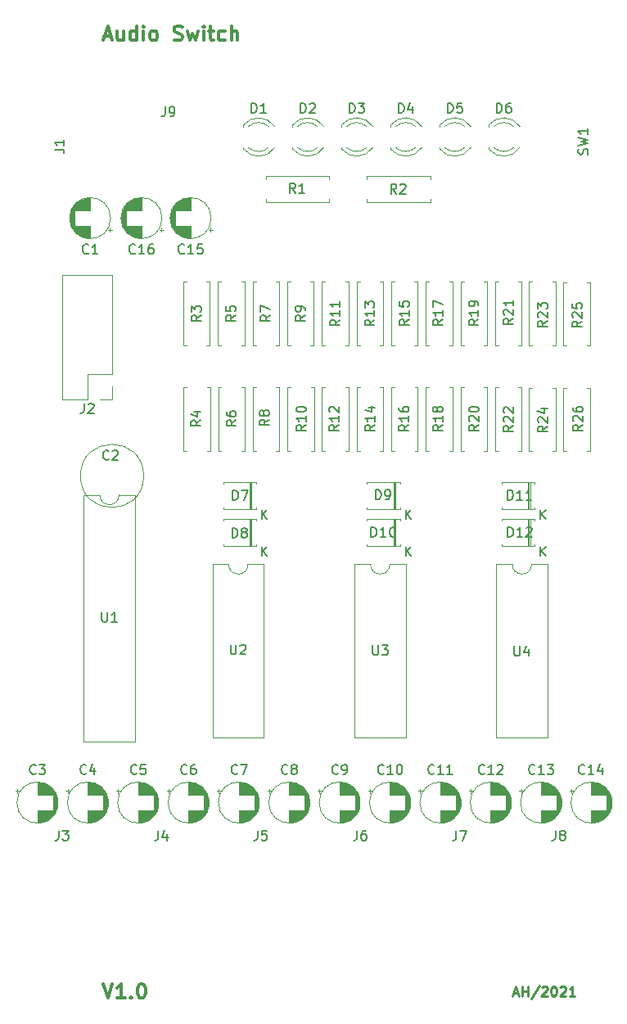
<source format=gbr>
G04 #@! TF.GenerationSoftware,KiCad,Pcbnew,5.0.2+dfsg1-1*
G04 #@! TF.CreationDate,2021-07-11T17:20:40+03:00*
G04 #@! TF.ProjectId,audio-switch,61756469-6f2d-4737-9769-7463682e6b69,V1.0*
G04 #@! TF.SameCoordinates,Original*
G04 #@! TF.FileFunction,Legend,Top*
G04 #@! TF.FilePolarity,Positive*
%FSLAX46Y46*%
G04 Gerber Fmt 4.6, Leading zero omitted, Abs format (unit mm)*
G04 Created by KiCad (PCBNEW 5.0.2+dfsg1-1) date Sun 11 Jul 2021 05:20:40 PM EEST*
%MOMM*%
%LPD*%
G01*
G04 APERTURE LIST*
%ADD10C,0.300000*%
%ADD11C,0.250000*%
%ADD12C,0.120000*%
%ADD13C,0.150000*%
G04 APERTURE END LIST*
D10*
X112240714Y-49780000D02*
X112955000Y-49780000D01*
X112097857Y-50208571D02*
X112597857Y-48708571D01*
X113097857Y-50208571D01*
X114240714Y-49208571D02*
X114240714Y-50208571D01*
X113597857Y-49208571D02*
X113597857Y-49994285D01*
X113669285Y-50137142D01*
X113812142Y-50208571D01*
X114026428Y-50208571D01*
X114169285Y-50137142D01*
X114240714Y-50065714D01*
X115597857Y-50208571D02*
X115597857Y-48708571D01*
X115597857Y-50137142D02*
X115455000Y-50208571D01*
X115169285Y-50208571D01*
X115026428Y-50137142D01*
X114955000Y-50065714D01*
X114883571Y-49922857D01*
X114883571Y-49494285D01*
X114955000Y-49351428D01*
X115026428Y-49280000D01*
X115169285Y-49208571D01*
X115455000Y-49208571D01*
X115597857Y-49280000D01*
X116312142Y-50208571D02*
X116312142Y-49208571D01*
X116312142Y-48708571D02*
X116240714Y-48780000D01*
X116312142Y-48851428D01*
X116383571Y-48780000D01*
X116312142Y-48708571D01*
X116312142Y-48851428D01*
X117240714Y-50208571D02*
X117097857Y-50137142D01*
X117026428Y-50065714D01*
X116955000Y-49922857D01*
X116955000Y-49494285D01*
X117026428Y-49351428D01*
X117097857Y-49280000D01*
X117240714Y-49208571D01*
X117455000Y-49208571D01*
X117597857Y-49280000D01*
X117669285Y-49351428D01*
X117740714Y-49494285D01*
X117740714Y-49922857D01*
X117669285Y-50065714D01*
X117597857Y-50137142D01*
X117455000Y-50208571D01*
X117240714Y-50208571D01*
X119455000Y-50137142D02*
X119669285Y-50208571D01*
X120026428Y-50208571D01*
X120169285Y-50137142D01*
X120240714Y-50065714D01*
X120312142Y-49922857D01*
X120312142Y-49780000D01*
X120240714Y-49637142D01*
X120169285Y-49565714D01*
X120026428Y-49494285D01*
X119740714Y-49422857D01*
X119597857Y-49351428D01*
X119526428Y-49280000D01*
X119455000Y-49137142D01*
X119455000Y-48994285D01*
X119526428Y-48851428D01*
X119597857Y-48780000D01*
X119740714Y-48708571D01*
X120097857Y-48708571D01*
X120312142Y-48780000D01*
X120812142Y-49208571D02*
X121097857Y-50208571D01*
X121383571Y-49494285D01*
X121669285Y-50208571D01*
X121955000Y-49208571D01*
X122526428Y-50208571D02*
X122526428Y-49208571D01*
X122526428Y-48708571D02*
X122455000Y-48780000D01*
X122526428Y-48851428D01*
X122597857Y-48780000D01*
X122526428Y-48708571D01*
X122526428Y-48851428D01*
X123026428Y-49208571D02*
X123597857Y-49208571D01*
X123240714Y-48708571D02*
X123240714Y-49994285D01*
X123312142Y-50137142D01*
X123455000Y-50208571D01*
X123597857Y-50208571D01*
X124740714Y-50137142D02*
X124597857Y-50208571D01*
X124312142Y-50208571D01*
X124169285Y-50137142D01*
X124097857Y-50065714D01*
X124026428Y-49922857D01*
X124026428Y-49494285D01*
X124097857Y-49351428D01*
X124169285Y-49280000D01*
X124312142Y-49208571D01*
X124597857Y-49208571D01*
X124740714Y-49280000D01*
X125383571Y-50208571D02*
X125383571Y-48708571D01*
X126026428Y-50208571D02*
X126026428Y-49422857D01*
X125955000Y-49280000D01*
X125812142Y-49208571D01*
X125597857Y-49208571D01*
X125455000Y-49280000D01*
X125383571Y-49351428D01*
D11*
X154556071Y-148756666D02*
X155032261Y-148756666D01*
X154460833Y-149042380D02*
X154794166Y-148042380D01*
X155127500Y-149042380D01*
X155460833Y-149042380D02*
X155460833Y-148042380D01*
X155460833Y-148518571D02*
X156032261Y-148518571D01*
X156032261Y-149042380D02*
X156032261Y-148042380D01*
X157222738Y-147994761D02*
X156365595Y-149280476D01*
X157508452Y-148137619D02*
X157556071Y-148090000D01*
X157651309Y-148042380D01*
X157889404Y-148042380D01*
X157984642Y-148090000D01*
X158032261Y-148137619D01*
X158079880Y-148232857D01*
X158079880Y-148328095D01*
X158032261Y-148470952D01*
X157460833Y-149042380D01*
X158079880Y-149042380D01*
X158698928Y-148042380D02*
X158794166Y-148042380D01*
X158889404Y-148090000D01*
X158937023Y-148137619D01*
X158984642Y-148232857D01*
X159032261Y-148423333D01*
X159032261Y-148661428D01*
X158984642Y-148851904D01*
X158937023Y-148947142D01*
X158889404Y-148994761D01*
X158794166Y-149042380D01*
X158698928Y-149042380D01*
X158603690Y-148994761D01*
X158556071Y-148947142D01*
X158508452Y-148851904D01*
X158460833Y-148661428D01*
X158460833Y-148423333D01*
X158508452Y-148232857D01*
X158556071Y-148137619D01*
X158603690Y-148090000D01*
X158698928Y-148042380D01*
X159413214Y-148137619D02*
X159460833Y-148090000D01*
X159556071Y-148042380D01*
X159794166Y-148042380D01*
X159889404Y-148090000D01*
X159937023Y-148137619D01*
X159984642Y-148232857D01*
X159984642Y-148328095D01*
X159937023Y-148470952D01*
X159365595Y-149042380D01*
X159984642Y-149042380D01*
X160937023Y-149042380D02*
X160365595Y-149042380D01*
X160651309Y-149042380D02*
X160651309Y-148042380D01*
X160556071Y-148185238D01*
X160460833Y-148280476D01*
X160365595Y-148328095D01*
D10*
X112097857Y-147768571D02*
X112597857Y-149268571D01*
X113097857Y-147768571D01*
X114383571Y-149268571D02*
X113526428Y-149268571D01*
X113955000Y-149268571D02*
X113955000Y-147768571D01*
X113812142Y-147982857D01*
X113669285Y-148125714D01*
X113526428Y-148197142D01*
X115026428Y-149125714D02*
X115097857Y-149197142D01*
X115026428Y-149268571D01*
X114955000Y-149197142D01*
X115026428Y-149125714D01*
X115026428Y-149268571D01*
X116026428Y-147768571D02*
X116169285Y-147768571D01*
X116312142Y-147840000D01*
X116383571Y-147911428D01*
X116455000Y-148054285D01*
X116526428Y-148340000D01*
X116526428Y-148697142D01*
X116455000Y-148982857D01*
X116383571Y-149125714D01*
X116312142Y-149197142D01*
X116169285Y-149268571D01*
X116026428Y-149268571D01*
X115883571Y-149197142D01*
X115812142Y-149125714D01*
X115740714Y-148982857D01*
X115669285Y-148697142D01*
X115669285Y-148340000D01*
X115740714Y-148054285D01*
X115812142Y-147911428D01*
X115883571Y-147840000D01*
X116026428Y-147768571D01*
D12*
G04 #@! TO.C,D7*
X127972160Y-98519665D02*
X127972160Y-98699665D01*
X127972160Y-98699665D02*
X124532160Y-98699665D01*
X124532160Y-98699665D02*
X124532160Y-98519665D01*
X127972160Y-96039665D02*
X127972160Y-95859665D01*
X127972160Y-95859665D02*
X124532160Y-95859665D01*
X124532160Y-95859665D02*
X124532160Y-96039665D01*
X127372160Y-98699665D02*
X127372160Y-95859665D01*
X127252160Y-98699665D02*
X127252160Y-95859665D01*
X127492160Y-98699665D02*
X127492160Y-95859665D01*
G04 #@! TO.C,C4*
X112663181Y-129032000D02*
G75*
G03X112663181Y-129032000I-2120000J0D01*
G01*
X110543181Y-129872000D02*
X110543181Y-131112000D01*
X110543181Y-126952000D02*
X110543181Y-128192000D01*
X110583181Y-129872000D02*
X110583181Y-131112000D01*
X110583181Y-126952000D02*
X110583181Y-128192000D01*
X110623181Y-129872000D02*
X110623181Y-131111000D01*
X110623181Y-126953000D02*
X110623181Y-128192000D01*
X110663181Y-126955000D02*
X110663181Y-128192000D01*
X110663181Y-129872000D02*
X110663181Y-131109000D01*
X110703181Y-126958000D02*
X110703181Y-128192000D01*
X110703181Y-129872000D02*
X110703181Y-131106000D01*
X110743181Y-126961000D02*
X110743181Y-128192000D01*
X110743181Y-129872000D02*
X110743181Y-131103000D01*
X110783181Y-126965000D02*
X110783181Y-128192000D01*
X110783181Y-129872000D02*
X110783181Y-131099000D01*
X110823181Y-126970000D02*
X110823181Y-128192000D01*
X110823181Y-129872000D02*
X110823181Y-131094000D01*
X110863181Y-126976000D02*
X110863181Y-128192000D01*
X110863181Y-129872000D02*
X110863181Y-131088000D01*
X110903181Y-126982000D02*
X110903181Y-128192000D01*
X110903181Y-129872000D02*
X110903181Y-131082000D01*
X110943181Y-126990000D02*
X110943181Y-128192000D01*
X110943181Y-129872000D02*
X110943181Y-131074000D01*
X110983181Y-126998000D02*
X110983181Y-128192000D01*
X110983181Y-129872000D02*
X110983181Y-131066000D01*
X111023181Y-127007000D02*
X111023181Y-128192000D01*
X111023181Y-129872000D02*
X111023181Y-131057000D01*
X111063181Y-127016000D02*
X111063181Y-128192000D01*
X111063181Y-129872000D02*
X111063181Y-131048000D01*
X111103181Y-127027000D02*
X111103181Y-128192000D01*
X111103181Y-129872000D02*
X111103181Y-131037000D01*
X111143181Y-127038000D02*
X111143181Y-128192000D01*
X111143181Y-129872000D02*
X111143181Y-131026000D01*
X111183181Y-127050000D02*
X111183181Y-128192000D01*
X111183181Y-129872000D02*
X111183181Y-131014000D01*
X111223181Y-127064000D02*
X111223181Y-128192000D01*
X111223181Y-129872000D02*
X111223181Y-131000000D01*
X111264181Y-127078000D02*
X111264181Y-128192000D01*
X111264181Y-129872000D02*
X111264181Y-130986000D01*
X111304181Y-127092000D02*
X111304181Y-128192000D01*
X111304181Y-129872000D02*
X111304181Y-130972000D01*
X111344181Y-127108000D02*
X111344181Y-128192000D01*
X111344181Y-129872000D02*
X111344181Y-130956000D01*
X111384181Y-127125000D02*
X111384181Y-128192000D01*
X111384181Y-129872000D02*
X111384181Y-130939000D01*
X111424181Y-127143000D02*
X111424181Y-128192000D01*
X111424181Y-129872000D02*
X111424181Y-130921000D01*
X111464181Y-127162000D02*
X111464181Y-128192000D01*
X111464181Y-129872000D02*
X111464181Y-130902000D01*
X111504181Y-127181000D02*
X111504181Y-128192000D01*
X111504181Y-129872000D02*
X111504181Y-130883000D01*
X111544181Y-127202000D02*
X111544181Y-128192000D01*
X111544181Y-129872000D02*
X111544181Y-130862000D01*
X111584181Y-127224000D02*
X111584181Y-128192000D01*
X111584181Y-129872000D02*
X111584181Y-130840000D01*
X111624181Y-127247000D02*
X111624181Y-128192000D01*
X111624181Y-129872000D02*
X111624181Y-130817000D01*
X111664181Y-127272000D02*
X111664181Y-128192000D01*
X111664181Y-129872000D02*
X111664181Y-130792000D01*
X111704181Y-127297000D02*
X111704181Y-128192000D01*
X111704181Y-129872000D02*
X111704181Y-130767000D01*
X111744181Y-127324000D02*
X111744181Y-128192000D01*
X111744181Y-129872000D02*
X111744181Y-130740000D01*
X111784181Y-127352000D02*
X111784181Y-128192000D01*
X111784181Y-129872000D02*
X111784181Y-130712000D01*
X111824181Y-127382000D02*
X111824181Y-128192000D01*
X111824181Y-129872000D02*
X111824181Y-130682000D01*
X111864181Y-127413000D02*
X111864181Y-128192000D01*
X111864181Y-129872000D02*
X111864181Y-130651000D01*
X111904181Y-127445000D02*
X111904181Y-128192000D01*
X111904181Y-129872000D02*
X111904181Y-130619000D01*
X111944181Y-127480000D02*
X111944181Y-128192000D01*
X111944181Y-129872000D02*
X111944181Y-130584000D01*
X111984181Y-127516000D02*
X111984181Y-128192000D01*
X111984181Y-129872000D02*
X111984181Y-130548000D01*
X112024181Y-127554000D02*
X112024181Y-128192000D01*
X112024181Y-129872000D02*
X112024181Y-130510000D01*
X112064181Y-127594000D02*
X112064181Y-128192000D01*
X112064181Y-129872000D02*
X112064181Y-130470000D01*
X112104181Y-127636000D02*
X112104181Y-128192000D01*
X112104181Y-129872000D02*
X112104181Y-130428000D01*
X112144181Y-127681000D02*
X112144181Y-130383000D01*
X112184181Y-127728000D02*
X112184181Y-130336000D01*
X112224181Y-127778000D02*
X112224181Y-130286000D01*
X112264181Y-127832000D02*
X112264181Y-130232000D01*
X112304181Y-127890000D02*
X112304181Y-130174000D01*
X112344181Y-127952000D02*
X112344181Y-130112000D01*
X112384181Y-128019000D02*
X112384181Y-130045000D01*
X112424181Y-128092000D02*
X112424181Y-129972000D01*
X112464181Y-128173000D02*
X112464181Y-129891000D01*
X112504181Y-128264000D02*
X112504181Y-129800000D01*
X112544181Y-128368000D02*
X112544181Y-129696000D01*
X112584181Y-128495000D02*
X112584181Y-129569000D01*
X112624181Y-128662000D02*
X112624181Y-129402000D01*
X108273380Y-127837000D02*
X108673380Y-127837000D01*
X108473380Y-127637000D02*
X108473380Y-128037000D01*
G04 #@! TO.C,C2*
X116320000Y-95250000D02*
G75*
G03X116320000Y-95250000I-3270000J0D01*
G01*
G04 #@! TO.C,C1*
X112895208Y-68580000D02*
G75*
G03X112895208Y-68580000I-2120000J0D01*
G01*
X110775208Y-67740000D02*
X110775208Y-66500000D01*
X110775208Y-70660000D02*
X110775208Y-69420000D01*
X110735208Y-67740000D02*
X110735208Y-66500000D01*
X110735208Y-70660000D02*
X110735208Y-69420000D01*
X110695208Y-67740000D02*
X110695208Y-66501000D01*
X110695208Y-70659000D02*
X110695208Y-69420000D01*
X110655208Y-70657000D02*
X110655208Y-69420000D01*
X110655208Y-67740000D02*
X110655208Y-66503000D01*
X110615208Y-70654000D02*
X110615208Y-69420000D01*
X110615208Y-67740000D02*
X110615208Y-66506000D01*
X110575208Y-70651000D02*
X110575208Y-69420000D01*
X110575208Y-67740000D02*
X110575208Y-66509000D01*
X110535208Y-70647000D02*
X110535208Y-69420000D01*
X110535208Y-67740000D02*
X110535208Y-66513000D01*
X110495208Y-70642000D02*
X110495208Y-69420000D01*
X110495208Y-67740000D02*
X110495208Y-66518000D01*
X110455208Y-70636000D02*
X110455208Y-69420000D01*
X110455208Y-67740000D02*
X110455208Y-66524000D01*
X110415208Y-70630000D02*
X110415208Y-69420000D01*
X110415208Y-67740000D02*
X110415208Y-66530000D01*
X110375208Y-70622000D02*
X110375208Y-69420000D01*
X110375208Y-67740000D02*
X110375208Y-66538000D01*
X110335208Y-70614000D02*
X110335208Y-69420000D01*
X110335208Y-67740000D02*
X110335208Y-66546000D01*
X110295208Y-70605000D02*
X110295208Y-69420000D01*
X110295208Y-67740000D02*
X110295208Y-66555000D01*
X110255208Y-70596000D02*
X110255208Y-69420000D01*
X110255208Y-67740000D02*
X110255208Y-66564000D01*
X110215208Y-70585000D02*
X110215208Y-69420000D01*
X110215208Y-67740000D02*
X110215208Y-66575000D01*
X110175208Y-70574000D02*
X110175208Y-69420000D01*
X110175208Y-67740000D02*
X110175208Y-66586000D01*
X110135208Y-70562000D02*
X110135208Y-69420000D01*
X110135208Y-67740000D02*
X110135208Y-66598000D01*
X110095208Y-70548000D02*
X110095208Y-69420000D01*
X110095208Y-67740000D02*
X110095208Y-66612000D01*
X110054208Y-70534000D02*
X110054208Y-69420000D01*
X110054208Y-67740000D02*
X110054208Y-66626000D01*
X110014208Y-70520000D02*
X110014208Y-69420000D01*
X110014208Y-67740000D02*
X110014208Y-66640000D01*
X109974208Y-70504000D02*
X109974208Y-69420000D01*
X109974208Y-67740000D02*
X109974208Y-66656000D01*
X109934208Y-70487000D02*
X109934208Y-69420000D01*
X109934208Y-67740000D02*
X109934208Y-66673000D01*
X109894208Y-70469000D02*
X109894208Y-69420000D01*
X109894208Y-67740000D02*
X109894208Y-66691000D01*
X109854208Y-70450000D02*
X109854208Y-69420000D01*
X109854208Y-67740000D02*
X109854208Y-66710000D01*
X109814208Y-70431000D02*
X109814208Y-69420000D01*
X109814208Y-67740000D02*
X109814208Y-66729000D01*
X109774208Y-70410000D02*
X109774208Y-69420000D01*
X109774208Y-67740000D02*
X109774208Y-66750000D01*
X109734208Y-70388000D02*
X109734208Y-69420000D01*
X109734208Y-67740000D02*
X109734208Y-66772000D01*
X109694208Y-70365000D02*
X109694208Y-69420000D01*
X109694208Y-67740000D02*
X109694208Y-66795000D01*
X109654208Y-70340000D02*
X109654208Y-69420000D01*
X109654208Y-67740000D02*
X109654208Y-66820000D01*
X109614208Y-70315000D02*
X109614208Y-69420000D01*
X109614208Y-67740000D02*
X109614208Y-66845000D01*
X109574208Y-70288000D02*
X109574208Y-69420000D01*
X109574208Y-67740000D02*
X109574208Y-66872000D01*
X109534208Y-70260000D02*
X109534208Y-69420000D01*
X109534208Y-67740000D02*
X109534208Y-66900000D01*
X109494208Y-70230000D02*
X109494208Y-69420000D01*
X109494208Y-67740000D02*
X109494208Y-66930000D01*
X109454208Y-70199000D02*
X109454208Y-69420000D01*
X109454208Y-67740000D02*
X109454208Y-66961000D01*
X109414208Y-70167000D02*
X109414208Y-69420000D01*
X109414208Y-67740000D02*
X109414208Y-66993000D01*
X109374208Y-70132000D02*
X109374208Y-69420000D01*
X109374208Y-67740000D02*
X109374208Y-67028000D01*
X109334208Y-70096000D02*
X109334208Y-69420000D01*
X109334208Y-67740000D02*
X109334208Y-67064000D01*
X109294208Y-70058000D02*
X109294208Y-69420000D01*
X109294208Y-67740000D02*
X109294208Y-67102000D01*
X109254208Y-70018000D02*
X109254208Y-69420000D01*
X109254208Y-67740000D02*
X109254208Y-67142000D01*
X109214208Y-69976000D02*
X109214208Y-69420000D01*
X109214208Y-67740000D02*
X109214208Y-67184000D01*
X109174208Y-69931000D02*
X109174208Y-67229000D01*
X109134208Y-69884000D02*
X109134208Y-67276000D01*
X109094208Y-69834000D02*
X109094208Y-67326000D01*
X109054208Y-69780000D02*
X109054208Y-67380000D01*
X109014208Y-69722000D02*
X109014208Y-67438000D01*
X108974208Y-69660000D02*
X108974208Y-67500000D01*
X108934208Y-69593000D02*
X108934208Y-67567000D01*
X108894208Y-69520000D02*
X108894208Y-67640000D01*
X108854208Y-69439000D02*
X108854208Y-67721000D01*
X108814208Y-69348000D02*
X108814208Y-67812000D01*
X108774208Y-69244000D02*
X108774208Y-67916000D01*
X108734208Y-69117000D02*
X108734208Y-68043000D01*
X108694208Y-68950000D02*
X108694208Y-68210000D01*
X113045009Y-69775000D02*
X112645009Y-69775000D01*
X112845009Y-69975000D02*
X112845009Y-69575000D01*
G04 #@! TO.C,C3*
X103264699Y-127637000D02*
X103264699Y-128037000D01*
X103064699Y-127837000D02*
X103464699Y-127837000D01*
X107415500Y-128662000D02*
X107415500Y-129402000D01*
X107375500Y-128495000D02*
X107375500Y-129569000D01*
X107335500Y-128368000D02*
X107335500Y-129696000D01*
X107295500Y-128264000D02*
X107295500Y-129800000D01*
X107255500Y-128173000D02*
X107255500Y-129891000D01*
X107215500Y-128092000D02*
X107215500Y-129972000D01*
X107175500Y-128019000D02*
X107175500Y-130045000D01*
X107135500Y-127952000D02*
X107135500Y-130112000D01*
X107095500Y-127890000D02*
X107095500Y-130174000D01*
X107055500Y-127832000D02*
X107055500Y-130232000D01*
X107015500Y-127778000D02*
X107015500Y-130286000D01*
X106975500Y-127728000D02*
X106975500Y-130336000D01*
X106935500Y-127681000D02*
X106935500Y-130383000D01*
X106895500Y-129872000D02*
X106895500Y-130428000D01*
X106895500Y-127636000D02*
X106895500Y-128192000D01*
X106855500Y-129872000D02*
X106855500Y-130470000D01*
X106855500Y-127594000D02*
X106855500Y-128192000D01*
X106815500Y-129872000D02*
X106815500Y-130510000D01*
X106815500Y-127554000D02*
X106815500Y-128192000D01*
X106775500Y-129872000D02*
X106775500Y-130548000D01*
X106775500Y-127516000D02*
X106775500Y-128192000D01*
X106735500Y-129872000D02*
X106735500Y-130584000D01*
X106735500Y-127480000D02*
X106735500Y-128192000D01*
X106695500Y-129872000D02*
X106695500Y-130619000D01*
X106695500Y-127445000D02*
X106695500Y-128192000D01*
X106655500Y-129872000D02*
X106655500Y-130651000D01*
X106655500Y-127413000D02*
X106655500Y-128192000D01*
X106615500Y-129872000D02*
X106615500Y-130682000D01*
X106615500Y-127382000D02*
X106615500Y-128192000D01*
X106575500Y-129872000D02*
X106575500Y-130712000D01*
X106575500Y-127352000D02*
X106575500Y-128192000D01*
X106535500Y-129872000D02*
X106535500Y-130740000D01*
X106535500Y-127324000D02*
X106535500Y-128192000D01*
X106495500Y-129872000D02*
X106495500Y-130767000D01*
X106495500Y-127297000D02*
X106495500Y-128192000D01*
X106455500Y-129872000D02*
X106455500Y-130792000D01*
X106455500Y-127272000D02*
X106455500Y-128192000D01*
X106415500Y-129872000D02*
X106415500Y-130817000D01*
X106415500Y-127247000D02*
X106415500Y-128192000D01*
X106375500Y-129872000D02*
X106375500Y-130840000D01*
X106375500Y-127224000D02*
X106375500Y-128192000D01*
X106335500Y-129872000D02*
X106335500Y-130862000D01*
X106335500Y-127202000D02*
X106335500Y-128192000D01*
X106295500Y-129872000D02*
X106295500Y-130883000D01*
X106295500Y-127181000D02*
X106295500Y-128192000D01*
X106255500Y-129872000D02*
X106255500Y-130902000D01*
X106255500Y-127162000D02*
X106255500Y-128192000D01*
X106215500Y-129872000D02*
X106215500Y-130921000D01*
X106215500Y-127143000D02*
X106215500Y-128192000D01*
X106175500Y-129872000D02*
X106175500Y-130939000D01*
X106175500Y-127125000D02*
X106175500Y-128192000D01*
X106135500Y-129872000D02*
X106135500Y-130956000D01*
X106135500Y-127108000D02*
X106135500Y-128192000D01*
X106095500Y-129872000D02*
X106095500Y-130972000D01*
X106095500Y-127092000D02*
X106095500Y-128192000D01*
X106055500Y-129872000D02*
X106055500Y-130986000D01*
X106055500Y-127078000D02*
X106055500Y-128192000D01*
X106014500Y-129872000D02*
X106014500Y-131000000D01*
X106014500Y-127064000D02*
X106014500Y-128192000D01*
X105974500Y-129872000D02*
X105974500Y-131014000D01*
X105974500Y-127050000D02*
X105974500Y-128192000D01*
X105934500Y-129872000D02*
X105934500Y-131026000D01*
X105934500Y-127038000D02*
X105934500Y-128192000D01*
X105894500Y-129872000D02*
X105894500Y-131037000D01*
X105894500Y-127027000D02*
X105894500Y-128192000D01*
X105854500Y-129872000D02*
X105854500Y-131048000D01*
X105854500Y-127016000D02*
X105854500Y-128192000D01*
X105814500Y-129872000D02*
X105814500Y-131057000D01*
X105814500Y-127007000D02*
X105814500Y-128192000D01*
X105774500Y-129872000D02*
X105774500Y-131066000D01*
X105774500Y-126998000D02*
X105774500Y-128192000D01*
X105734500Y-129872000D02*
X105734500Y-131074000D01*
X105734500Y-126990000D02*
X105734500Y-128192000D01*
X105694500Y-129872000D02*
X105694500Y-131082000D01*
X105694500Y-126982000D02*
X105694500Y-128192000D01*
X105654500Y-129872000D02*
X105654500Y-131088000D01*
X105654500Y-126976000D02*
X105654500Y-128192000D01*
X105614500Y-129872000D02*
X105614500Y-131094000D01*
X105614500Y-126970000D02*
X105614500Y-128192000D01*
X105574500Y-129872000D02*
X105574500Y-131099000D01*
X105574500Y-126965000D02*
X105574500Y-128192000D01*
X105534500Y-129872000D02*
X105534500Y-131103000D01*
X105534500Y-126961000D02*
X105534500Y-128192000D01*
X105494500Y-129872000D02*
X105494500Y-131106000D01*
X105494500Y-126958000D02*
X105494500Y-128192000D01*
X105454500Y-129872000D02*
X105454500Y-131109000D01*
X105454500Y-126955000D02*
X105454500Y-128192000D01*
X105414500Y-126953000D02*
X105414500Y-128192000D01*
X105414500Y-129872000D02*
X105414500Y-131111000D01*
X105374500Y-126952000D02*
X105374500Y-128192000D01*
X105374500Y-129872000D02*
X105374500Y-131112000D01*
X105334500Y-126952000D02*
X105334500Y-128192000D01*
X105334500Y-129872000D02*
X105334500Y-131112000D01*
X107454500Y-129032000D02*
G75*
G03X107454500Y-129032000I-2120000J0D01*
G01*
G04 #@! TO.C,C5*
X113682061Y-127637000D02*
X113682061Y-128037000D01*
X113482061Y-127837000D02*
X113882061Y-127837000D01*
X117832862Y-128662000D02*
X117832862Y-129402000D01*
X117792862Y-128495000D02*
X117792862Y-129569000D01*
X117752862Y-128368000D02*
X117752862Y-129696000D01*
X117712862Y-128264000D02*
X117712862Y-129800000D01*
X117672862Y-128173000D02*
X117672862Y-129891000D01*
X117632862Y-128092000D02*
X117632862Y-129972000D01*
X117592862Y-128019000D02*
X117592862Y-130045000D01*
X117552862Y-127952000D02*
X117552862Y-130112000D01*
X117512862Y-127890000D02*
X117512862Y-130174000D01*
X117472862Y-127832000D02*
X117472862Y-130232000D01*
X117432862Y-127778000D02*
X117432862Y-130286000D01*
X117392862Y-127728000D02*
X117392862Y-130336000D01*
X117352862Y-127681000D02*
X117352862Y-130383000D01*
X117312862Y-129872000D02*
X117312862Y-130428000D01*
X117312862Y-127636000D02*
X117312862Y-128192000D01*
X117272862Y-129872000D02*
X117272862Y-130470000D01*
X117272862Y-127594000D02*
X117272862Y-128192000D01*
X117232862Y-129872000D02*
X117232862Y-130510000D01*
X117232862Y-127554000D02*
X117232862Y-128192000D01*
X117192862Y-129872000D02*
X117192862Y-130548000D01*
X117192862Y-127516000D02*
X117192862Y-128192000D01*
X117152862Y-129872000D02*
X117152862Y-130584000D01*
X117152862Y-127480000D02*
X117152862Y-128192000D01*
X117112862Y-129872000D02*
X117112862Y-130619000D01*
X117112862Y-127445000D02*
X117112862Y-128192000D01*
X117072862Y-129872000D02*
X117072862Y-130651000D01*
X117072862Y-127413000D02*
X117072862Y-128192000D01*
X117032862Y-129872000D02*
X117032862Y-130682000D01*
X117032862Y-127382000D02*
X117032862Y-128192000D01*
X116992862Y-129872000D02*
X116992862Y-130712000D01*
X116992862Y-127352000D02*
X116992862Y-128192000D01*
X116952862Y-129872000D02*
X116952862Y-130740000D01*
X116952862Y-127324000D02*
X116952862Y-128192000D01*
X116912862Y-129872000D02*
X116912862Y-130767000D01*
X116912862Y-127297000D02*
X116912862Y-128192000D01*
X116872862Y-129872000D02*
X116872862Y-130792000D01*
X116872862Y-127272000D02*
X116872862Y-128192000D01*
X116832862Y-129872000D02*
X116832862Y-130817000D01*
X116832862Y-127247000D02*
X116832862Y-128192000D01*
X116792862Y-129872000D02*
X116792862Y-130840000D01*
X116792862Y-127224000D02*
X116792862Y-128192000D01*
X116752862Y-129872000D02*
X116752862Y-130862000D01*
X116752862Y-127202000D02*
X116752862Y-128192000D01*
X116712862Y-129872000D02*
X116712862Y-130883000D01*
X116712862Y-127181000D02*
X116712862Y-128192000D01*
X116672862Y-129872000D02*
X116672862Y-130902000D01*
X116672862Y-127162000D02*
X116672862Y-128192000D01*
X116632862Y-129872000D02*
X116632862Y-130921000D01*
X116632862Y-127143000D02*
X116632862Y-128192000D01*
X116592862Y-129872000D02*
X116592862Y-130939000D01*
X116592862Y-127125000D02*
X116592862Y-128192000D01*
X116552862Y-129872000D02*
X116552862Y-130956000D01*
X116552862Y-127108000D02*
X116552862Y-128192000D01*
X116512862Y-129872000D02*
X116512862Y-130972000D01*
X116512862Y-127092000D02*
X116512862Y-128192000D01*
X116472862Y-129872000D02*
X116472862Y-130986000D01*
X116472862Y-127078000D02*
X116472862Y-128192000D01*
X116431862Y-129872000D02*
X116431862Y-131000000D01*
X116431862Y-127064000D02*
X116431862Y-128192000D01*
X116391862Y-129872000D02*
X116391862Y-131014000D01*
X116391862Y-127050000D02*
X116391862Y-128192000D01*
X116351862Y-129872000D02*
X116351862Y-131026000D01*
X116351862Y-127038000D02*
X116351862Y-128192000D01*
X116311862Y-129872000D02*
X116311862Y-131037000D01*
X116311862Y-127027000D02*
X116311862Y-128192000D01*
X116271862Y-129872000D02*
X116271862Y-131048000D01*
X116271862Y-127016000D02*
X116271862Y-128192000D01*
X116231862Y-129872000D02*
X116231862Y-131057000D01*
X116231862Y-127007000D02*
X116231862Y-128192000D01*
X116191862Y-129872000D02*
X116191862Y-131066000D01*
X116191862Y-126998000D02*
X116191862Y-128192000D01*
X116151862Y-129872000D02*
X116151862Y-131074000D01*
X116151862Y-126990000D02*
X116151862Y-128192000D01*
X116111862Y-129872000D02*
X116111862Y-131082000D01*
X116111862Y-126982000D02*
X116111862Y-128192000D01*
X116071862Y-129872000D02*
X116071862Y-131088000D01*
X116071862Y-126976000D02*
X116071862Y-128192000D01*
X116031862Y-129872000D02*
X116031862Y-131094000D01*
X116031862Y-126970000D02*
X116031862Y-128192000D01*
X115991862Y-129872000D02*
X115991862Y-131099000D01*
X115991862Y-126965000D02*
X115991862Y-128192000D01*
X115951862Y-129872000D02*
X115951862Y-131103000D01*
X115951862Y-126961000D02*
X115951862Y-128192000D01*
X115911862Y-129872000D02*
X115911862Y-131106000D01*
X115911862Y-126958000D02*
X115911862Y-128192000D01*
X115871862Y-129872000D02*
X115871862Y-131109000D01*
X115871862Y-126955000D02*
X115871862Y-128192000D01*
X115831862Y-126953000D02*
X115831862Y-128192000D01*
X115831862Y-129872000D02*
X115831862Y-131111000D01*
X115791862Y-126952000D02*
X115791862Y-128192000D01*
X115791862Y-129872000D02*
X115791862Y-131112000D01*
X115751862Y-126952000D02*
X115751862Y-128192000D01*
X115751862Y-129872000D02*
X115751862Y-131112000D01*
X117871862Y-129032000D02*
G75*
G03X117871862Y-129032000I-2120000J0D01*
G01*
G04 #@! TO.C,C6*
X123080543Y-129032000D02*
G75*
G03X123080543Y-129032000I-2120000J0D01*
G01*
X120960543Y-129872000D02*
X120960543Y-131112000D01*
X120960543Y-126952000D02*
X120960543Y-128192000D01*
X121000543Y-129872000D02*
X121000543Y-131112000D01*
X121000543Y-126952000D02*
X121000543Y-128192000D01*
X121040543Y-129872000D02*
X121040543Y-131111000D01*
X121040543Y-126953000D02*
X121040543Y-128192000D01*
X121080543Y-126955000D02*
X121080543Y-128192000D01*
X121080543Y-129872000D02*
X121080543Y-131109000D01*
X121120543Y-126958000D02*
X121120543Y-128192000D01*
X121120543Y-129872000D02*
X121120543Y-131106000D01*
X121160543Y-126961000D02*
X121160543Y-128192000D01*
X121160543Y-129872000D02*
X121160543Y-131103000D01*
X121200543Y-126965000D02*
X121200543Y-128192000D01*
X121200543Y-129872000D02*
X121200543Y-131099000D01*
X121240543Y-126970000D02*
X121240543Y-128192000D01*
X121240543Y-129872000D02*
X121240543Y-131094000D01*
X121280543Y-126976000D02*
X121280543Y-128192000D01*
X121280543Y-129872000D02*
X121280543Y-131088000D01*
X121320543Y-126982000D02*
X121320543Y-128192000D01*
X121320543Y-129872000D02*
X121320543Y-131082000D01*
X121360543Y-126990000D02*
X121360543Y-128192000D01*
X121360543Y-129872000D02*
X121360543Y-131074000D01*
X121400543Y-126998000D02*
X121400543Y-128192000D01*
X121400543Y-129872000D02*
X121400543Y-131066000D01*
X121440543Y-127007000D02*
X121440543Y-128192000D01*
X121440543Y-129872000D02*
X121440543Y-131057000D01*
X121480543Y-127016000D02*
X121480543Y-128192000D01*
X121480543Y-129872000D02*
X121480543Y-131048000D01*
X121520543Y-127027000D02*
X121520543Y-128192000D01*
X121520543Y-129872000D02*
X121520543Y-131037000D01*
X121560543Y-127038000D02*
X121560543Y-128192000D01*
X121560543Y-129872000D02*
X121560543Y-131026000D01*
X121600543Y-127050000D02*
X121600543Y-128192000D01*
X121600543Y-129872000D02*
X121600543Y-131014000D01*
X121640543Y-127064000D02*
X121640543Y-128192000D01*
X121640543Y-129872000D02*
X121640543Y-131000000D01*
X121681543Y-127078000D02*
X121681543Y-128192000D01*
X121681543Y-129872000D02*
X121681543Y-130986000D01*
X121721543Y-127092000D02*
X121721543Y-128192000D01*
X121721543Y-129872000D02*
X121721543Y-130972000D01*
X121761543Y-127108000D02*
X121761543Y-128192000D01*
X121761543Y-129872000D02*
X121761543Y-130956000D01*
X121801543Y-127125000D02*
X121801543Y-128192000D01*
X121801543Y-129872000D02*
X121801543Y-130939000D01*
X121841543Y-127143000D02*
X121841543Y-128192000D01*
X121841543Y-129872000D02*
X121841543Y-130921000D01*
X121881543Y-127162000D02*
X121881543Y-128192000D01*
X121881543Y-129872000D02*
X121881543Y-130902000D01*
X121921543Y-127181000D02*
X121921543Y-128192000D01*
X121921543Y-129872000D02*
X121921543Y-130883000D01*
X121961543Y-127202000D02*
X121961543Y-128192000D01*
X121961543Y-129872000D02*
X121961543Y-130862000D01*
X122001543Y-127224000D02*
X122001543Y-128192000D01*
X122001543Y-129872000D02*
X122001543Y-130840000D01*
X122041543Y-127247000D02*
X122041543Y-128192000D01*
X122041543Y-129872000D02*
X122041543Y-130817000D01*
X122081543Y-127272000D02*
X122081543Y-128192000D01*
X122081543Y-129872000D02*
X122081543Y-130792000D01*
X122121543Y-127297000D02*
X122121543Y-128192000D01*
X122121543Y-129872000D02*
X122121543Y-130767000D01*
X122161543Y-127324000D02*
X122161543Y-128192000D01*
X122161543Y-129872000D02*
X122161543Y-130740000D01*
X122201543Y-127352000D02*
X122201543Y-128192000D01*
X122201543Y-129872000D02*
X122201543Y-130712000D01*
X122241543Y-127382000D02*
X122241543Y-128192000D01*
X122241543Y-129872000D02*
X122241543Y-130682000D01*
X122281543Y-127413000D02*
X122281543Y-128192000D01*
X122281543Y-129872000D02*
X122281543Y-130651000D01*
X122321543Y-127445000D02*
X122321543Y-128192000D01*
X122321543Y-129872000D02*
X122321543Y-130619000D01*
X122361543Y-127480000D02*
X122361543Y-128192000D01*
X122361543Y-129872000D02*
X122361543Y-130584000D01*
X122401543Y-127516000D02*
X122401543Y-128192000D01*
X122401543Y-129872000D02*
X122401543Y-130548000D01*
X122441543Y-127554000D02*
X122441543Y-128192000D01*
X122441543Y-129872000D02*
X122441543Y-130510000D01*
X122481543Y-127594000D02*
X122481543Y-128192000D01*
X122481543Y-129872000D02*
X122481543Y-130470000D01*
X122521543Y-127636000D02*
X122521543Y-128192000D01*
X122521543Y-129872000D02*
X122521543Y-130428000D01*
X122561543Y-127681000D02*
X122561543Y-130383000D01*
X122601543Y-127728000D02*
X122601543Y-130336000D01*
X122641543Y-127778000D02*
X122641543Y-130286000D01*
X122681543Y-127832000D02*
X122681543Y-130232000D01*
X122721543Y-127890000D02*
X122721543Y-130174000D01*
X122761543Y-127952000D02*
X122761543Y-130112000D01*
X122801543Y-128019000D02*
X122801543Y-130045000D01*
X122841543Y-128092000D02*
X122841543Y-129972000D01*
X122881543Y-128173000D02*
X122881543Y-129891000D01*
X122921543Y-128264000D02*
X122921543Y-129800000D01*
X122961543Y-128368000D02*
X122961543Y-129696000D01*
X123001543Y-128495000D02*
X123001543Y-129569000D01*
X123041543Y-128662000D02*
X123041543Y-129402000D01*
X118690742Y-127837000D02*
X119090742Y-127837000D01*
X118890742Y-127637000D02*
X118890742Y-128037000D01*
G04 #@! TO.C,C7*
X124099423Y-127637000D02*
X124099423Y-128037000D01*
X123899423Y-127837000D02*
X124299423Y-127837000D01*
X128250224Y-128662000D02*
X128250224Y-129402000D01*
X128210224Y-128495000D02*
X128210224Y-129569000D01*
X128170224Y-128368000D02*
X128170224Y-129696000D01*
X128130224Y-128264000D02*
X128130224Y-129800000D01*
X128090224Y-128173000D02*
X128090224Y-129891000D01*
X128050224Y-128092000D02*
X128050224Y-129972000D01*
X128010224Y-128019000D02*
X128010224Y-130045000D01*
X127970224Y-127952000D02*
X127970224Y-130112000D01*
X127930224Y-127890000D02*
X127930224Y-130174000D01*
X127890224Y-127832000D02*
X127890224Y-130232000D01*
X127850224Y-127778000D02*
X127850224Y-130286000D01*
X127810224Y-127728000D02*
X127810224Y-130336000D01*
X127770224Y-127681000D02*
X127770224Y-130383000D01*
X127730224Y-129872000D02*
X127730224Y-130428000D01*
X127730224Y-127636000D02*
X127730224Y-128192000D01*
X127690224Y-129872000D02*
X127690224Y-130470000D01*
X127690224Y-127594000D02*
X127690224Y-128192000D01*
X127650224Y-129872000D02*
X127650224Y-130510000D01*
X127650224Y-127554000D02*
X127650224Y-128192000D01*
X127610224Y-129872000D02*
X127610224Y-130548000D01*
X127610224Y-127516000D02*
X127610224Y-128192000D01*
X127570224Y-129872000D02*
X127570224Y-130584000D01*
X127570224Y-127480000D02*
X127570224Y-128192000D01*
X127530224Y-129872000D02*
X127530224Y-130619000D01*
X127530224Y-127445000D02*
X127530224Y-128192000D01*
X127490224Y-129872000D02*
X127490224Y-130651000D01*
X127490224Y-127413000D02*
X127490224Y-128192000D01*
X127450224Y-129872000D02*
X127450224Y-130682000D01*
X127450224Y-127382000D02*
X127450224Y-128192000D01*
X127410224Y-129872000D02*
X127410224Y-130712000D01*
X127410224Y-127352000D02*
X127410224Y-128192000D01*
X127370224Y-129872000D02*
X127370224Y-130740000D01*
X127370224Y-127324000D02*
X127370224Y-128192000D01*
X127330224Y-129872000D02*
X127330224Y-130767000D01*
X127330224Y-127297000D02*
X127330224Y-128192000D01*
X127290224Y-129872000D02*
X127290224Y-130792000D01*
X127290224Y-127272000D02*
X127290224Y-128192000D01*
X127250224Y-129872000D02*
X127250224Y-130817000D01*
X127250224Y-127247000D02*
X127250224Y-128192000D01*
X127210224Y-129872000D02*
X127210224Y-130840000D01*
X127210224Y-127224000D02*
X127210224Y-128192000D01*
X127170224Y-129872000D02*
X127170224Y-130862000D01*
X127170224Y-127202000D02*
X127170224Y-128192000D01*
X127130224Y-129872000D02*
X127130224Y-130883000D01*
X127130224Y-127181000D02*
X127130224Y-128192000D01*
X127090224Y-129872000D02*
X127090224Y-130902000D01*
X127090224Y-127162000D02*
X127090224Y-128192000D01*
X127050224Y-129872000D02*
X127050224Y-130921000D01*
X127050224Y-127143000D02*
X127050224Y-128192000D01*
X127010224Y-129872000D02*
X127010224Y-130939000D01*
X127010224Y-127125000D02*
X127010224Y-128192000D01*
X126970224Y-129872000D02*
X126970224Y-130956000D01*
X126970224Y-127108000D02*
X126970224Y-128192000D01*
X126930224Y-129872000D02*
X126930224Y-130972000D01*
X126930224Y-127092000D02*
X126930224Y-128192000D01*
X126890224Y-129872000D02*
X126890224Y-130986000D01*
X126890224Y-127078000D02*
X126890224Y-128192000D01*
X126849224Y-129872000D02*
X126849224Y-131000000D01*
X126849224Y-127064000D02*
X126849224Y-128192000D01*
X126809224Y-129872000D02*
X126809224Y-131014000D01*
X126809224Y-127050000D02*
X126809224Y-128192000D01*
X126769224Y-129872000D02*
X126769224Y-131026000D01*
X126769224Y-127038000D02*
X126769224Y-128192000D01*
X126729224Y-129872000D02*
X126729224Y-131037000D01*
X126729224Y-127027000D02*
X126729224Y-128192000D01*
X126689224Y-129872000D02*
X126689224Y-131048000D01*
X126689224Y-127016000D02*
X126689224Y-128192000D01*
X126649224Y-129872000D02*
X126649224Y-131057000D01*
X126649224Y-127007000D02*
X126649224Y-128192000D01*
X126609224Y-129872000D02*
X126609224Y-131066000D01*
X126609224Y-126998000D02*
X126609224Y-128192000D01*
X126569224Y-129872000D02*
X126569224Y-131074000D01*
X126569224Y-126990000D02*
X126569224Y-128192000D01*
X126529224Y-129872000D02*
X126529224Y-131082000D01*
X126529224Y-126982000D02*
X126529224Y-128192000D01*
X126489224Y-129872000D02*
X126489224Y-131088000D01*
X126489224Y-126976000D02*
X126489224Y-128192000D01*
X126449224Y-129872000D02*
X126449224Y-131094000D01*
X126449224Y-126970000D02*
X126449224Y-128192000D01*
X126409224Y-129872000D02*
X126409224Y-131099000D01*
X126409224Y-126965000D02*
X126409224Y-128192000D01*
X126369224Y-129872000D02*
X126369224Y-131103000D01*
X126369224Y-126961000D02*
X126369224Y-128192000D01*
X126329224Y-129872000D02*
X126329224Y-131106000D01*
X126329224Y-126958000D02*
X126329224Y-128192000D01*
X126289224Y-129872000D02*
X126289224Y-131109000D01*
X126289224Y-126955000D02*
X126289224Y-128192000D01*
X126249224Y-126953000D02*
X126249224Y-128192000D01*
X126249224Y-129872000D02*
X126249224Y-131111000D01*
X126209224Y-126952000D02*
X126209224Y-128192000D01*
X126209224Y-129872000D02*
X126209224Y-131112000D01*
X126169224Y-126952000D02*
X126169224Y-128192000D01*
X126169224Y-129872000D02*
X126169224Y-131112000D01*
X128289224Y-129032000D02*
G75*
G03X128289224Y-129032000I-2120000J0D01*
G01*
G04 #@! TO.C,C8*
X133497905Y-129032000D02*
G75*
G03X133497905Y-129032000I-2120000J0D01*
G01*
X131377905Y-129872000D02*
X131377905Y-131112000D01*
X131377905Y-126952000D02*
X131377905Y-128192000D01*
X131417905Y-129872000D02*
X131417905Y-131112000D01*
X131417905Y-126952000D02*
X131417905Y-128192000D01*
X131457905Y-129872000D02*
X131457905Y-131111000D01*
X131457905Y-126953000D02*
X131457905Y-128192000D01*
X131497905Y-126955000D02*
X131497905Y-128192000D01*
X131497905Y-129872000D02*
X131497905Y-131109000D01*
X131537905Y-126958000D02*
X131537905Y-128192000D01*
X131537905Y-129872000D02*
X131537905Y-131106000D01*
X131577905Y-126961000D02*
X131577905Y-128192000D01*
X131577905Y-129872000D02*
X131577905Y-131103000D01*
X131617905Y-126965000D02*
X131617905Y-128192000D01*
X131617905Y-129872000D02*
X131617905Y-131099000D01*
X131657905Y-126970000D02*
X131657905Y-128192000D01*
X131657905Y-129872000D02*
X131657905Y-131094000D01*
X131697905Y-126976000D02*
X131697905Y-128192000D01*
X131697905Y-129872000D02*
X131697905Y-131088000D01*
X131737905Y-126982000D02*
X131737905Y-128192000D01*
X131737905Y-129872000D02*
X131737905Y-131082000D01*
X131777905Y-126990000D02*
X131777905Y-128192000D01*
X131777905Y-129872000D02*
X131777905Y-131074000D01*
X131817905Y-126998000D02*
X131817905Y-128192000D01*
X131817905Y-129872000D02*
X131817905Y-131066000D01*
X131857905Y-127007000D02*
X131857905Y-128192000D01*
X131857905Y-129872000D02*
X131857905Y-131057000D01*
X131897905Y-127016000D02*
X131897905Y-128192000D01*
X131897905Y-129872000D02*
X131897905Y-131048000D01*
X131937905Y-127027000D02*
X131937905Y-128192000D01*
X131937905Y-129872000D02*
X131937905Y-131037000D01*
X131977905Y-127038000D02*
X131977905Y-128192000D01*
X131977905Y-129872000D02*
X131977905Y-131026000D01*
X132017905Y-127050000D02*
X132017905Y-128192000D01*
X132017905Y-129872000D02*
X132017905Y-131014000D01*
X132057905Y-127064000D02*
X132057905Y-128192000D01*
X132057905Y-129872000D02*
X132057905Y-131000000D01*
X132098905Y-127078000D02*
X132098905Y-128192000D01*
X132098905Y-129872000D02*
X132098905Y-130986000D01*
X132138905Y-127092000D02*
X132138905Y-128192000D01*
X132138905Y-129872000D02*
X132138905Y-130972000D01*
X132178905Y-127108000D02*
X132178905Y-128192000D01*
X132178905Y-129872000D02*
X132178905Y-130956000D01*
X132218905Y-127125000D02*
X132218905Y-128192000D01*
X132218905Y-129872000D02*
X132218905Y-130939000D01*
X132258905Y-127143000D02*
X132258905Y-128192000D01*
X132258905Y-129872000D02*
X132258905Y-130921000D01*
X132298905Y-127162000D02*
X132298905Y-128192000D01*
X132298905Y-129872000D02*
X132298905Y-130902000D01*
X132338905Y-127181000D02*
X132338905Y-128192000D01*
X132338905Y-129872000D02*
X132338905Y-130883000D01*
X132378905Y-127202000D02*
X132378905Y-128192000D01*
X132378905Y-129872000D02*
X132378905Y-130862000D01*
X132418905Y-127224000D02*
X132418905Y-128192000D01*
X132418905Y-129872000D02*
X132418905Y-130840000D01*
X132458905Y-127247000D02*
X132458905Y-128192000D01*
X132458905Y-129872000D02*
X132458905Y-130817000D01*
X132498905Y-127272000D02*
X132498905Y-128192000D01*
X132498905Y-129872000D02*
X132498905Y-130792000D01*
X132538905Y-127297000D02*
X132538905Y-128192000D01*
X132538905Y-129872000D02*
X132538905Y-130767000D01*
X132578905Y-127324000D02*
X132578905Y-128192000D01*
X132578905Y-129872000D02*
X132578905Y-130740000D01*
X132618905Y-127352000D02*
X132618905Y-128192000D01*
X132618905Y-129872000D02*
X132618905Y-130712000D01*
X132658905Y-127382000D02*
X132658905Y-128192000D01*
X132658905Y-129872000D02*
X132658905Y-130682000D01*
X132698905Y-127413000D02*
X132698905Y-128192000D01*
X132698905Y-129872000D02*
X132698905Y-130651000D01*
X132738905Y-127445000D02*
X132738905Y-128192000D01*
X132738905Y-129872000D02*
X132738905Y-130619000D01*
X132778905Y-127480000D02*
X132778905Y-128192000D01*
X132778905Y-129872000D02*
X132778905Y-130584000D01*
X132818905Y-127516000D02*
X132818905Y-128192000D01*
X132818905Y-129872000D02*
X132818905Y-130548000D01*
X132858905Y-127554000D02*
X132858905Y-128192000D01*
X132858905Y-129872000D02*
X132858905Y-130510000D01*
X132898905Y-127594000D02*
X132898905Y-128192000D01*
X132898905Y-129872000D02*
X132898905Y-130470000D01*
X132938905Y-127636000D02*
X132938905Y-128192000D01*
X132938905Y-129872000D02*
X132938905Y-130428000D01*
X132978905Y-127681000D02*
X132978905Y-130383000D01*
X133018905Y-127728000D02*
X133018905Y-130336000D01*
X133058905Y-127778000D02*
X133058905Y-130286000D01*
X133098905Y-127832000D02*
X133098905Y-130232000D01*
X133138905Y-127890000D02*
X133138905Y-130174000D01*
X133178905Y-127952000D02*
X133178905Y-130112000D01*
X133218905Y-128019000D02*
X133218905Y-130045000D01*
X133258905Y-128092000D02*
X133258905Y-129972000D01*
X133298905Y-128173000D02*
X133298905Y-129891000D01*
X133338905Y-128264000D02*
X133338905Y-129800000D01*
X133378905Y-128368000D02*
X133378905Y-129696000D01*
X133418905Y-128495000D02*
X133418905Y-129569000D01*
X133458905Y-128662000D02*
X133458905Y-129402000D01*
X129108104Y-127837000D02*
X129508104Y-127837000D01*
X129308104Y-127637000D02*
X129308104Y-128037000D01*
G04 #@! TO.C,C9*
X134516785Y-127637000D02*
X134516785Y-128037000D01*
X134316785Y-127837000D02*
X134716785Y-127837000D01*
X138667586Y-128662000D02*
X138667586Y-129402000D01*
X138627586Y-128495000D02*
X138627586Y-129569000D01*
X138587586Y-128368000D02*
X138587586Y-129696000D01*
X138547586Y-128264000D02*
X138547586Y-129800000D01*
X138507586Y-128173000D02*
X138507586Y-129891000D01*
X138467586Y-128092000D02*
X138467586Y-129972000D01*
X138427586Y-128019000D02*
X138427586Y-130045000D01*
X138387586Y-127952000D02*
X138387586Y-130112000D01*
X138347586Y-127890000D02*
X138347586Y-130174000D01*
X138307586Y-127832000D02*
X138307586Y-130232000D01*
X138267586Y-127778000D02*
X138267586Y-130286000D01*
X138227586Y-127728000D02*
X138227586Y-130336000D01*
X138187586Y-127681000D02*
X138187586Y-130383000D01*
X138147586Y-129872000D02*
X138147586Y-130428000D01*
X138147586Y-127636000D02*
X138147586Y-128192000D01*
X138107586Y-129872000D02*
X138107586Y-130470000D01*
X138107586Y-127594000D02*
X138107586Y-128192000D01*
X138067586Y-129872000D02*
X138067586Y-130510000D01*
X138067586Y-127554000D02*
X138067586Y-128192000D01*
X138027586Y-129872000D02*
X138027586Y-130548000D01*
X138027586Y-127516000D02*
X138027586Y-128192000D01*
X137987586Y-129872000D02*
X137987586Y-130584000D01*
X137987586Y-127480000D02*
X137987586Y-128192000D01*
X137947586Y-129872000D02*
X137947586Y-130619000D01*
X137947586Y-127445000D02*
X137947586Y-128192000D01*
X137907586Y-129872000D02*
X137907586Y-130651000D01*
X137907586Y-127413000D02*
X137907586Y-128192000D01*
X137867586Y-129872000D02*
X137867586Y-130682000D01*
X137867586Y-127382000D02*
X137867586Y-128192000D01*
X137827586Y-129872000D02*
X137827586Y-130712000D01*
X137827586Y-127352000D02*
X137827586Y-128192000D01*
X137787586Y-129872000D02*
X137787586Y-130740000D01*
X137787586Y-127324000D02*
X137787586Y-128192000D01*
X137747586Y-129872000D02*
X137747586Y-130767000D01*
X137747586Y-127297000D02*
X137747586Y-128192000D01*
X137707586Y-129872000D02*
X137707586Y-130792000D01*
X137707586Y-127272000D02*
X137707586Y-128192000D01*
X137667586Y-129872000D02*
X137667586Y-130817000D01*
X137667586Y-127247000D02*
X137667586Y-128192000D01*
X137627586Y-129872000D02*
X137627586Y-130840000D01*
X137627586Y-127224000D02*
X137627586Y-128192000D01*
X137587586Y-129872000D02*
X137587586Y-130862000D01*
X137587586Y-127202000D02*
X137587586Y-128192000D01*
X137547586Y-129872000D02*
X137547586Y-130883000D01*
X137547586Y-127181000D02*
X137547586Y-128192000D01*
X137507586Y-129872000D02*
X137507586Y-130902000D01*
X137507586Y-127162000D02*
X137507586Y-128192000D01*
X137467586Y-129872000D02*
X137467586Y-130921000D01*
X137467586Y-127143000D02*
X137467586Y-128192000D01*
X137427586Y-129872000D02*
X137427586Y-130939000D01*
X137427586Y-127125000D02*
X137427586Y-128192000D01*
X137387586Y-129872000D02*
X137387586Y-130956000D01*
X137387586Y-127108000D02*
X137387586Y-128192000D01*
X137347586Y-129872000D02*
X137347586Y-130972000D01*
X137347586Y-127092000D02*
X137347586Y-128192000D01*
X137307586Y-129872000D02*
X137307586Y-130986000D01*
X137307586Y-127078000D02*
X137307586Y-128192000D01*
X137266586Y-129872000D02*
X137266586Y-131000000D01*
X137266586Y-127064000D02*
X137266586Y-128192000D01*
X137226586Y-129872000D02*
X137226586Y-131014000D01*
X137226586Y-127050000D02*
X137226586Y-128192000D01*
X137186586Y-129872000D02*
X137186586Y-131026000D01*
X137186586Y-127038000D02*
X137186586Y-128192000D01*
X137146586Y-129872000D02*
X137146586Y-131037000D01*
X137146586Y-127027000D02*
X137146586Y-128192000D01*
X137106586Y-129872000D02*
X137106586Y-131048000D01*
X137106586Y-127016000D02*
X137106586Y-128192000D01*
X137066586Y-129872000D02*
X137066586Y-131057000D01*
X137066586Y-127007000D02*
X137066586Y-128192000D01*
X137026586Y-129872000D02*
X137026586Y-131066000D01*
X137026586Y-126998000D02*
X137026586Y-128192000D01*
X136986586Y-129872000D02*
X136986586Y-131074000D01*
X136986586Y-126990000D02*
X136986586Y-128192000D01*
X136946586Y-129872000D02*
X136946586Y-131082000D01*
X136946586Y-126982000D02*
X136946586Y-128192000D01*
X136906586Y-129872000D02*
X136906586Y-131088000D01*
X136906586Y-126976000D02*
X136906586Y-128192000D01*
X136866586Y-129872000D02*
X136866586Y-131094000D01*
X136866586Y-126970000D02*
X136866586Y-128192000D01*
X136826586Y-129872000D02*
X136826586Y-131099000D01*
X136826586Y-126965000D02*
X136826586Y-128192000D01*
X136786586Y-129872000D02*
X136786586Y-131103000D01*
X136786586Y-126961000D02*
X136786586Y-128192000D01*
X136746586Y-129872000D02*
X136746586Y-131106000D01*
X136746586Y-126958000D02*
X136746586Y-128192000D01*
X136706586Y-129872000D02*
X136706586Y-131109000D01*
X136706586Y-126955000D02*
X136706586Y-128192000D01*
X136666586Y-126953000D02*
X136666586Y-128192000D01*
X136666586Y-129872000D02*
X136666586Y-131111000D01*
X136626586Y-126952000D02*
X136626586Y-128192000D01*
X136626586Y-129872000D02*
X136626586Y-131112000D01*
X136586586Y-126952000D02*
X136586586Y-128192000D01*
X136586586Y-129872000D02*
X136586586Y-131112000D01*
X138706586Y-129032000D02*
G75*
G03X138706586Y-129032000I-2120000J0D01*
G01*
G04 #@! TO.C,C10*
X143915267Y-129032000D02*
G75*
G03X143915267Y-129032000I-2120000J0D01*
G01*
X141795267Y-129872000D02*
X141795267Y-131112000D01*
X141795267Y-126952000D02*
X141795267Y-128192000D01*
X141835267Y-129872000D02*
X141835267Y-131112000D01*
X141835267Y-126952000D02*
X141835267Y-128192000D01*
X141875267Y-129872000D02*
X141875267Y-131111000D01*
X141875267Y-126953000D02*
X141875267Y-128192000D01*
X141915267Y-126955000D02*
X141915267Y-128192000D01*
X141915267Y-129872000D02*
X141915267Y-131109000D01*
X141955267Y-126958000D02*
X141955267Y-128192000D01*
X141955267Y-129872000D02*
X141955267Y-131106000D01*
X141995267Y-126961000D02*
X141995267Y-128192000D01*
X141995267Y-129872000D02*
X141995267Y-131103000D01*
X142035267Y-126965000D02*
X142035267Y-128192000D01*
X142035267Y-129872000D02*
X142035267Y-131099000D01*
X142075267Y-126970000D02*
X142075267Y-128192000D01*
X142075267Y-129872000D02*
X142075267Y-131094000D01*
X142115267Y-126976000D02*
X142115267Y-128192000D01*
X142115267Y-129872000D02*
X142115267Y-131088000D01*
X142155267Y-126982000D02*
X142155267Y-128192000D01*
X142155267Y-129872000D02*
X142155267Y-131082000D01*
X142195267Y-126990000D02*
X142195267Y-128192000D01*
X142195267Y-129872000D02*
X142195267Y-131074000D01*
X142235267Y-126998000D02*
X142235267Y-128192000D01*
X142235267Y-129872000D02*
X142235267Y-131066000D01*
X142275267Y-127007000D02*
X142275267Y-128192000D01*
X142275267Y-129872000D02*
X142275267Y-131057000D01*
X142315267Y-127016000D02*
X142315267Y-128192000D01*
X142315267Y-129872000D02*
X142315267Y-131048000D01*
X142355267Y-127027000D02*
X142355267Y-128192000D01*
X142355267Y-129872000D02*
X142355267Y-131037000D01*
X142395267Y-127038000D02*
X142395267Y-128192000D01*
X142395267Y-129872000D02*
X142395267Y-131026000D01*
X142435267Y-127050000D02*
X142435267Y-128192000D01*
X142435267Y-129872000D02*
X142435267Y-131014000D01*
X142475267Y-127064000D02*
X142475267Y-128192000D01*
X142475267Y-129872000D02*
X142475267Y-131000000D01*
X142516267Y-127078000D02*
X142516267Y-128192000D01*
X142516267Y-129872000D02*
X142516267Y-130986000D01*
X142556267Y-127092000D02*
X142556267Y-128192000D01*
X142556267Y-129872000D02*
X142556267Y-130972000D01*
X142596267Y-127108000D02*
X142596267Y-128192000D01*
X142596267Y-129872000D02*
X142596267Y-130956000D01*
X142636267Y-127125000D02*
X142636267Y-128192000D01*
X142636267Y-129872000D02*
X142636267Y-130939000D01*
X142676267Y-127143000D02*
X142676267Y-128192000D01*
X142676267Y-129872000D02*
X142676267Y-130921000D01*
X142716267Y-127162000D02*
X142716267Y-128192000D01*
X142716267Y-129872000D02*
X142716267Y-130902000D01*
X142756267Y-127181000D02*
X142756267Y-128192000D01*
X142756267Y-129872000D02*
X142756267Y-130883000D01*
X142796267Y-127202000D02*
X142796267Y-128192000D01*
X142796267Y-129872000D02*
X142796267Y-130862000D01*
X142836267Y-127224000D02*
X142836267Y-128192000D01*
X142836267Y-129872000D02*
X142836267Y-130840000D01*
X142876267Y-127247000D02*
X142876267Y-128192000D01*
X142876267Y-129872000D02*
X142876267Y-130817000D01*
X142916267Y-127272000D02*
X142916267Y-128192000D01*
X142916267Y-129872000D02*
X142916267Y-130792000D01*
X142956267Y-127297000D02*
X142956267Y-128192000D01*
X142956267Y-129872000D02*
X142956267Y-130767000D01*
X142996267Y-127324000D02*
X142996267Y-128192000D01*
X142996267Y-129872000D02*
X142996267Y-130740000D01*
X143036267Y-127352000D02*
X143036267Y-128192000D01*
X143036267Y-129872000D02*
X143036267Y-130712000D01*
X143076267Y-127382000D02*
X143076267Y-128192000D01*
X143076267Y-129872000D02*
X143076267Y-130682000D01*
X143116267Y-127413000D02*
X143116267Y-128192000D01*
X143116267Y-129872000D02*
X143116267Y-130651000D01*
X143156267Y-127445000D02*
X143156267Y-128192000D01*
X143156267Y-129872000D02*
X143156267Y-130619000D01*
X143196267Y-127480000D02*
X143196267Y-128192000D01*
X143196267Y-129872000D02*
X143196267Y-130584000D01*
X143236267Y-127516000D02*
X143236267Y-128192000D01*
X143236267Y-129872000D02*
X143236267Y-130548000D01*
X143276267Y-127554000D02*
X143276267Y-128192000D01*
X143276267Y-129872000D02*
X143276267Y-130510000D01*
X143316267Y-127594000D02*
X143316267Y-128192000D01*
X143316267Y-129872000D02*
X143316267Y-130470000D01*
X143356267Y-127636000D02*
X143356267Y-128192000D01*
X143356267Y-129872000D02*
X143356267Y-130428000D01*
X143396267Y-127681000D02*
X143396267Y-130383000D01*
X143436267Y-127728000D02*
X143436267Y-130336000D01*
X143476267Y-127778000D02*
X143476267Y-130286000D01*
X143516267Y-127832000D02*
X143516267Y-130232000D01*
X143556267Y-127890000D02*
X143556267Y-130174000D01*
X143596267Y-127952000D02*
X143596267Y-130112000D01*
X143636267Y-128019000D02*
X143636267Y-130045000D01*
X143676267Y-128092000D02*
X143676267Y-129972000D01*
X143716267Y-128173000D02*
X143716267Y-129891000D01*
X143756267Y-128264000D02*
X143756267Y-129800000D01*
X143796267Y-128368000D02*
X143796267Y-129696000D01*
X143836267Y-128495000D02*
X143836267Y-129569000D01*
X143876267Y-128662000D02*
X143876267Y-129402000D01*
X139525466Y-127837000D02*
X139925466Y-127837000D01*
X139725466Y-127637000D02*
X139725466Y-128037000D01*
G04 #@! TO.C,C11*
X144934147Y-127637000D02*
X144934147Y-128037000D01*
X144734147Y-127837000D02*
X145134147Y-127837000D01*
X149084948Y-128662000D02*
X149084948Y-129402000D01*
X149044948Y-128495000D02*
X149044948Y-129569000D01*
X149004948Y-128368000D02*
X149004948Y-129696000D01*
X148964948Y-128264000D02*
X148964948Y-129800000D01*
X148924948Y-128173000D02*
X148924948Y-129891000D01*
X148884948Y-128092000D02*
X148884948Y-129972000D01*
X148844948Y-128019000D02*
X148844948Y-130045000D01*
X148804948Y-127952000D02*
X148804948Y-130112000D01*
X148764948Y-127890000D02*
X148764948Y-130174000D01*
X148724948Y-127832000D02*
X148724948Y-130232000D01*
X148684948Y-127778000D02*
X148684948Y-130286000D01*
X148644948Y-127728000D02*
X148644948Y-130336000D01*
X148604948Y-127681000D02*
X148604948Y-130383000D01*
X148564948Y-129872000D02*
X148564948Y-130428000D01*
X148564948Y-127636000D02*
X148564948Y-128192000D01*
X148524948Y-129872000D02*
X148524948Y-130470000D01*
X148524948Y-127594000D02*
X148524948Y-128192000D01*
X148484948Y-129872000D02*
X148484948Y-130510000D01*
X148484948Y-127554000D02*
X148484948Y-128192000D01*
X148444948Y-129872000D02*
X148444948Y-130548000D01*
X148444948Y-127516000D02*
X148444948Y-128192000D01*
X148404948Y-129872000D02*
X148404948Y-130584000D01*
X148404948Y-127480000D02*
X148404948Y-128192000D01*
X148364948Y-129872000D02*
X148364948Y-130619000D01*
X148364948Y-127445000D02*
X148364948Y-128192000D01*
X148324948Y-129872000D02*
X148324948Y-130651000D01*
X148324948Y-127413000D02*
X148324948Y-128192000D01*
X148284948Y-129872000D02*
X148284948Y-130682000D01*
X148284948Y-127382000D02*
X148284948Y-128192000D01*
X148244948Y-129872000D02*
X148244948Y-130712000D01*
X148244948Y-127352000D02*
X148244948Y-128192000D01*
X148204948Y-129872000D02*
X148204948Y-130740000D01*
X148204948Y-127324000D02*
X148204948Y-128192000D01*
X148164948Y-129872000D02*
X148164948Y-130767000D01*
X148164948Y-127297000D02*
X148164948Y-128192000D01*
X148124948Y-129872000D02*
X148124948Y-130792000D01*
X148124948Y-127272000D02*
X148124948Y-128192000D01*
X148084948Y-129872000D02*
X148084948Y-130817000D01*
X148084948Y-127247000D02*
X148084948Y-128192000D01*
X148044948Y-129872000D02*
X148044948Y-130840000D01*
X148044948Y-127224000D02*
X148044948Y-128192000D01*
X148004948Y-129872000D02*
X148004948Y-130862000D01*
X148004948Y-127202000D02*
X148004948Y-128192000D01*
X147964948Y-129872000D02*
X147964948Y-130883000D01*
X147964948Y-127181000D02*
X147964948Y-128192000D01*
X147924948Y-129872000D02*
X147924948Y-130902000D01*
X147924948Y-127162000D02*
X147924948Y-128192000D01*
X147884948Y-129872000D02*
X147884948Y-130921000D01*
X147884948Y-127143000D02*
X147884948Y-128192000D01*
X147844948Y-129872000D02*
X147844948Y-130939000D01*
X147844948Y-127125000D02*
X147844948Y-128192000D01*
X147804948Y-129872000D02*
X147804948Y-130956000D01*
X147804948Y-127108000D02*
X147804948Y-128192000D01*
X147764948Y-129872000D02*
X147764948Y-130972000D01*
X147764948Y-127092000D02*
X147764948Y-128192000D01*
X147724948Y-129872000D02*
X147724948Y-130986000D01*
X147724948Y-127078000D02*
X147724948Y-128192000D01*
X147683948Y-129872000D02*
X147683948Y-131000000D01*
X147683948Y-127064000D02*
X147683948Y-128192000D01*
X147643948Y-129872000D02*
X147643948Y-131014000D01*
X147643948Y-127050000D02*
X147643948Y-128192000D01*
X147603948Y-129872000D02*
X147603948Y-131026000D01*
X147603948Y-127038000D02*
X147603948Y-128192000D01*
X147563948Y-129872000D02*
X147563948Y-131037000D01*
X147563948Y-127027000D02*
X147563948Y-128192000D01*
X147523948Y-129872000D02*
X147523948Y-131048000D01*
X147523948Y-127016000D02*
X147523948Y-128192000D01*
X147483948Y-129872000D02*
X147483948Y-131057000D01*
X147483948Y-127007000D02*
X147483948Y-128192000D01*
X147443948Y-129872000D02*
X147443948Y-131066000D01*
X147443948Y-126998000D02*
X147443948Y-128192000D01*
X147403948Y-129872000D02*
X147403948Y-131074000D01*
X147403948Y-126990000D02*
X147403948Y-128192000D01*
X147363948Y-129872000D02*
X147363948Y-131082000D01*
X147363948Y-126982000D02*
X147363948Y-128192000D01*
X147323948Y-129872000D02*
X147323948Y-131088000D01*
X147323948Y-126976000D02*
X147323948Y-128192000D01*
X147283948Y-129872000D02*
X147283948Y-131094000D01*
X147283948Y-126970000D02*
X147283948Y-128192000D01*
X147243948Y-129872000D02*
X147243948Y-131099000D01*
X147243948Y-126965000D02*
X147243948Y-128192000D01*
X147203948Y-129872000D02*
X147203948Y-131103000D01*
X147203948Y-126961000D02*
X147203948Y-128192000D01*
X147163948Y-129872000D02*
X147163948Y-131106000D01*
X147163948Y-126958000D02*
X147163948Y-128192000D01*
X147123948Y-129872000D02*
X147123948Y-131109000D01*
X147123948Y-126955000D02*
X147123948Y-128192000D01*
X147083948Y-126953000D02*
X147083948Y-128192000D01*
X147083948Y-129872000D02*
X147083948Y-131111000D01*
X147043948Y-126952000D02*
X147043948Y-128192000D01*
X147043948Y-129872000D02*
X147043948Y-131112000D01*
X147003948Y-126952000D02*
X147003948Y-128192000D01*
X147003948Y-129872000D02*
X147003948Y-131112000D01*
X149123948Y-129032000D02*
G75*
G03X149123948Y-129032000I-2120000J0D01*
G01*
G04 #@! TO.C,C12*
X154332629Y-129032000D02*
G75*
G03X154332629Y-129032000I-2120000J0D01*
G01*
X152212629Y-129872000D02*
X152212629Y-131112000D01*
X152212629Y-126952000D02*
X152212629Y-128192000D01*
X152252629Y-129872000D02*
X152252629Y-131112000D01*
X152252629Y-126952000D02*
X152252629Y-128192000D01*
X152292629Y-129872000D02*
X152292629Y-131111000D01*
X152292629Y-126953000D02*
X152292629Y-128192000D01*
X152332629Y-126955000D02*
X152332629Y-128192000D01*
X152332629Y-129872000D02*
X152332629Y-131109000D01*
X152372629Y-126958000D02*
X152372629Y-128192000D01*
X152372629Y-129872000D02*
X152372629Y-131106000D01*
X152412629Y-126961000D02*
X152412629Y-128192000D01*
X152412629Y-129872000D02*
X152412629Y-131103000D01*
X152452629Y-126965000D02*
X152452629Y-128192000D01*
X152452629Y-129872000D02*
X152452629Y-131099000D01*
X152492629Y-126970000D02*
X152492629Y-128192000D01*
X152492629Y-129872000D02*
X152492629Y-131094000D01*
X152532629Y-126976000D02*
X152532629Y-128192000D01*
X152532629Y-129872000D02*
X152532629Y-131088000D01*
X152572629Y-126982000D02*
X152572629Y-128192000D01*
X152572629Y-129872000D02*
X152572629Y-131082000D01*
X152612629Y-126990000D02*
X152612629Y-128192000D01*
X152612629Y-129872000D02*
X152612629Y-131074000D01*
X152652629Y-126998000D02*
X152652629Y-128192000D01*
X152652629Y-129872000D02*
X152652629Y-131066000D01*
X152692629Y-127007000D02*
X152692629Y-128192000D01*
X152692629Y-129872000D02*
X152692629Y-131057000D01*
X152732629Y-127016000D02*
X152732629Y-128192000D01*
X152732629Y-129872000D02*
X152732629Y-131048000D01*
X152772629Y-127027000D02*
X152772629Y-128192000D01*
X152772629Y-129872000D02*
X152772629Y-131037000D01*
X152812629Y-127038000D02*
X152812629Y-128192000D01*
X152812629Y-129872000D02*
X152812629Y-131026000D01*
X152852629Y-127050000D02*
X152852629Y-128192000D01*
X152852629Y-129872000D02*
X152852629Y-131014000D01*
X152892629Y-127064000D02*
X152892629Y-128192000D01*
X152892629Y-129872000D02*
X152892629Y-131000000D01*
X152933629Y-127078000D02*
X152933629Y-128192000D01*
X152933629Y-129872000D02*
X152933629Y-130986000D01*
X152973629Y-127092000D02*
X152973629Y-128192000D01*
X152973629Y-129872000D02*
X152973629Y-130972000D01*
X153013629Y-127108000D02*
X153013629Y-128192000D01*
X153013629Y-129872000D02*
X153013629Y-130956000D01*
X153053629Y-127125000D02*
X153053629Y-128192000D01*
X153053629Y-129872000D02*
X153053629Y-130939000D01*
X153093629Y-127143000D02*
X153093629Y-128192000D01*
X153093629Y-129872000D02*
X153093629Y-130921000D01*
X153133629Y-127162000D02*
X153133629Y-128192000D01*
X153133629Y-129872000D02*
X153133629Y-130902000D01*
X153173629Y-127181000D02*
X153173629Y-128192000D01*
X153173629Y-129872000D02*
X153173629Y-130883000D01*
X153213629Y-127202000D02*
X153213629Y-128192000D01*
X153213629Y-129872000D02*
X153213629Y-130862000D01*
X153253629Y-127224000D02*
X153253629Y-128192000D01*
X153253629Y-129872000D02*
X153253629Y-130840000D01*
X153293629Y-127247000D02*
X153293629Y-128192000D01*
X153293629Y-129872000D02*
X153293629Y-130817000D01*
X153333629Y-127272000D02*
X153333629Y-128192000D01*
X153333629Y-129872000D02*
X153333629Y-130792000D01*
X153373629Y-127297000D02*
X153373629Y-128192000D01*
X153373629Y-129872000D02*
X153373629Y-130767000D01*
X153413629Y-127324000D02*
X153413629Y-128192000D01*
X153413629Y-129872000D02*
X153413629Y-130740000D01*
X153453629Y-127352000D02*
X153453629Y-128192000D01*
X153453629Y-129872000D02*
X153453629Y-130712000D01*
X153493629Y-127382000D02*
X153493629Y-128192000D01*
X153493629Y-129872000D02*
X153493629Y-130682000D01*
X153533629Y-127413000D02*
X153533629Y-128192000D01*
X153533629Y-129872000D02*
X153533629Y-130651000D01*
X153573629Y-127445000D02*
X153573629Y-128192000D01*
X153573629Y-129872000D02*
X153573629Y-130619000D01*
X153613629Y-127480000D02*
X153613629Y-128192000D01*
X153613629Y-129872000D02*
X153613629Y-130584000D01*
X153653629Y-127516000D02*
X153653629Y-128192000D01*
X153653629Y-129872000D02*
X153653629Y-130548000D01*
X153693629Y-127554000D02*
X153693629Y-128192000D01*
X153693629Y-129872000D02*
X153693629Y-130510000D01*
X153733629Y-127594000D02*
X153733629Y-128192000D01*
X153733629Y-129872000D02*
X153733629Y-130470000D01*
X153773629Y-127636000D02*
X153773629Y-128192000D01*
X153773629Y-129872000D02*
X153773629Y-130428000D01*
X153813629Y-127681000D02*
X153813629Y-130383000D01*
X153853629Y-127728000D02*
X153853629Y-130336000D01*
X153893629Y-127778000D02*
X153893629Y-130286000D01*
X153933629Y-127832000D02*
X153933629Y-130232000D01*
X153973629Y-127890000D02*
X153973629Y-130174000D01*
X154013629Y-127952000D02*
X154013629Y-130112000D01*
X154053629Y-128019000D02*
X154053629Y-130045000D01*
X154093629Y-128092000D02*
X154093629Y-129972000D01*
X154133629Y-128173000D02*
X154133629Y-129891000D01*
X154173629Y-128264000D02*
X154173629Y-129800000D01*
X154213629Y-128368000D02*
X154213629Y-129696000D01*
X154253629Y-128495000D02*
X154253629Y-129569000D01*
X154293629Y-128662000D02*
X154293629Y-129402000D01*
X149942828Y-127837000D02*
X150342828Y-127837000D01*
X150142828Y-127637000D02*
X150142828Y-128037000D01*
G04 #@! TO.C,C15*
X123239801Y-69975000D02*
X123239801Y-69575000D01*
X123439801Y-69775000D02*
X123039801Y-69775000D01*
X119089000Y-68950000D02*
X119089000Y-68210000D01*
X119129000Y-69117000D02*
X119129000Y-68043000D01*
X119169000Y-69244000D02*
X119169000Y-67916000D01*
X119209000Y-69348000D02*
X119209000Y-67812000D01*
X119249000Y-69439000D02*
X119249000Y-67721000D01*
X119289000Y-69520000D02*
X119289000Y-67640000D01*
X119329000Y-69593000D02*
X119329000Y-67567000D01*
X119369000Y-69660000D02*
X119369000Y-67500000D01*
X119409000Y-69722000D02*
X119409000Y-67438000D01*
X119449000Y-69780000D02*
X119449000Y-67380000D01*
X119489000Y-69834000D02*
X119489000Y-67326000D01*
X119529000Y-69884000D02*
X119529000Y-67276000D01*
X119569000Y-69931000D02*
X119569000Y-67229000D01*
X119609000Y-67740000D02*
X119609000Y-67184000D01*
X119609000Y-69976000D02*
X119609000Y-69420000D01*
X119649000Y-67740000D02*
X119649000Y-67142000D01*
X119649000Y-70018000D02*
X119649000Y-69420000D01*
X119689000Y-67740000D02*
X119689000Y-67102000D01*
X119689000Y-70058000D02*
X119689000Y-69420000D01*
X119729000Y-67740000D02*
X119729000Y-67064000D01*
X119729000Y-70096000D02*
X119729000Y-69420000D01*
X119769000Y-67740000D02*
X119769000Y-67028000D01*
X119769000Y-70132000D02*
X119769000Y-69420000D01*
X119809000Y-67740000D02*
X119809000Y-66993000D01*
X119809000Y-70167000D02*
X119809000Y-69420000D01*
X119849000Y-67740000D02*
X119849000Y-66961000D01*
X119849000Y-70199000D02*
X119849000Y-69420000D01*
X119889000Y-67740000D02*
X119889000Y-66930000D01*
X119889000Y-70230000D02*
X119889000Y-69420000D01*
X119929000Y-67740000D02*
X119929000Y-66900000D01*
X119929000Y-70260000D02*
X119929000Y-69420000D01*
X119969000Y-67740000D02*
X119969000Y-66872000D01*
X119969000Y-70288000D02*
X119969000Y-69420000D01*
X120009000Y-67740000D02*
X120009000Y-66845000D01*
X120009000Y-70315000D02*
X120009000Y-69420000D01*
X120049000Y-67740000D02*
X120049000Y-66820000D01*
X120049000Y-70340000D02*
X120049000Y-69420000D01*
X120089000Y-67740000D02*
X120089000Y-66795000D01*
X120089000Y-70365000D02*
X120089000Y-69420000D01*
X120129000Y-67740000D02*
X120129000Y-66772000D01*
X120129000Y-70388000D02*
X120129000Y-69420000D01*
X120169000Y-67740000D02*
X120169000Y-66750000D01*
X120169000Y-70410000D02*
X120169000Y-69420000D01*
X120209000Y-67740000D02*
X120209000Y-66729000D01*
X120209000Y-70431000D02*
X120209000Y-69420000D01*
X120249000Y-67740000D02*
X120249000Y-66710000D01*
X120249000Y-70450000D02*
X120249000Y-69420000D01*
X120289000Y-67740000D02*
X120289000Y-66691000D01*
X120289000Y-70469000D02*
X120289000Y-69420000D01*
X120329000Y-67740000D02*
X120329000Y-66673000D01*
X120329000Y-70487000D02*
X120329000Y-69420000D01*
X120369000Y-67740000D02*
X120369000Y-66656000D01*
X120369000Y-70504000D02*
X120369000Y-69420000D01*
X120409000Y-67740000D02*
X120409000Y-66640000D01*
X120409000Y-70520000D02*
X120409000Y-69420000D01*
X120449000Y-67740000D02*
X120449000Y-66626000D01*
X120449000Y-70534000D02*
X120449000Y-69420000D01*
X120490000Y-67740000D02*
X120490000Y-66612000D01*
X120490000Y-70548000D02*
X120490000Y-69420000D01*
X120530000Y-67740000D02*
X120530000Y-66598000D01*
X120530000Y-70562000D02*
X120530000Y-69420000D01*
X120570000Y-67740000D02*
X120570000Y-66586000D01*
X120570000Y-70574000D02*
X120570000Y-69420000D01*
X120610000Y-67740000D02*
X120610000Y-66575000D01*
X120610000Y-70585000D02*
X120610000Y-69420000D01*
X120650000Y-67740000D02*
X120650000Y-66564000D01*
X120650000Y-70596000D02*
X120650000Y-69420000D01*
X120690000Y-67740000D02*
X120690000Y-66555000D01*
X120690000Y-70605000D02*
X120690000Y-69420000D01*
X120730000Y-67740000D02*
X120730000Y-66546000D01*
X120730000Y-70614000D02*
X120730000Y-69420000D01*
X120770000Y-67740000D02*
X120770000Y-66538000D01*
X120770000Y-70622000D02*
X120770000Y-69420000D01*
X120810000Y-67740000D02*
X120810000Y-66530000D01*
X120810000Y-70630000D02*
X120810000Y-69420000D01*
X120850000Y-67740000D02*
X120850000Y-66524000D01*
X120850000Y-70636000D02*
X120850000Y-69420000D01*
X120890000Y-67740000D02*
X120890000Y-66518000D01*
X120890000Y-70642000D02*
X120890000Y-69420000D01*
X120930000Y-67740000D02*
X120930000Y-66513000D01*
X120930000Y-70647000D02*
X120930000Y-69420000D01*
X120970000Y-67740000D02*
X120970000Y-66509000D01*
X120970000Y-70651000D02*
X120970000Y-69420000D01*
X121010000Y-67740000D02*
X121010000Y-66506000D01*
X121010000Y-70654000D02*
X121010000Y-69420000D01*
X121050000Y-67740000D02*
X121050000Y-66503000D01*
X121050000Y-70657000D02*
X121050000Y-69420000D01*
X121090000Y-70659000D02*
X121090000Y-69420000D01*
X121090000Y-67740000D02*
X121090000Y-66501000D01*
X121130000Y-70660000D02*
X121130000Y-69420000D01*
X121130000Y-67740000D02*
X121130000Y-66500000D01*
X121170000Y-70660000D02*
X121170000Y-69420000D01*
X121170000Y-67740000D02*
X121170000Y-66500000D01*
X123290000Y-68580000D02*
G75*
G03X123290000Y-68580000I-2120000J0D01*
G01*
G04 #@! TO.C,C16*
X118210000Y-68580000D02*
G75*
G03X118210000Y-68580000I-2120000J0D01*
G01*
X116090000Y-67740000D02*
X116090000Y-66500000D01*
X116090000Y-70660000D02*
X116090000Y-69420000D01*
X116050000Y-67740000D02*
X116050000Y-66500000D01*
X116050000Y-70660000D02*
X116050000Y-69420000D01*
X116010000Y-67740000D02*
X116010000Y-66501000D01*
X116010000Y-70659000D02*
X116010000Y-69420000D01*
X115970000Y-70657000D02*
X115970000Y-69420000D01*
X115970000Y-67740000D02*
X115970000Y-66503000D01*
X115930000Y-70654000D02*
X115930000Y-69420000D01*
X115930000Y-67740000D02*
X115930000Y-66506000D01*
X115890000Y-70651000D02*
X115890000Y-69420000D01*
X115890000Y-67740000D02*
X115890000Y-66509000D01*
X115850000Y-70647000D02*
X115850000Y-69420000D01*
X115850000Y-67740000D02*
X115850000Y-66513000D01*
X115810000Y-70642000D02*
X115810000Y-69420000D01*
X115810000Y-67740000D02*
X115810000Y-66518000D01*
X115770000Y-70636000D02*
X115770000Y-69420000D01*
X115770000Y-67740000D02*
X115770000Y-66524000D01*
X115730000Y-70630000D02*
X115730000Y-69420000D01*
X115730000Y-67740000D02*
X115730000Y-66530000D01*
X115690000Y-70622000D02*
X115690000Y-69420000D01*
X115690000Y-67740000D02*
X115690000Y-66538000D01*
X115650000Y-70614000D02*
X115650000Y-69420000D01*
X115650000Y-67740000D02*
X115650000Y-66546000D01*
X115610000Y-70605000D02*
X115610000Y-69420000D01*
X115610000Y-67740000D02*
X115610000Y-66555000D01*
X115570000Y-70596000D02*
X115570000Y-69420000D01*
X115570000Y-67740000D02*
X115570000Y-66564000D01*
X115530000Y-70585000D02*
X115530000Y-69420000D01*
X115530000Y-67740000D02*
X115530000Y-66575000D01*
X115490000Y-70574000D02*
X115490000Y-69420000D01*
X115490000Y-67740000D02*
X115490000Y-66586000D01*
X115450000Y-70562000D02*
X115450000Y-69420000D01*
X115450000Y-67740000D02*
X115450000Y-66598000D01*
X115410000Y-70548000D02*
X115410000Y-69420000D01*
X115410000Y-67740000D02*
X115410000Y-66612000D01*
X115369000Y-70534000D02*
X115369000Y-69420000D01*
X115369000Y-67740000D02*
X115369000Y-66626000D01*
X115329000Y-70520000D02*
X115329000Y-69420000D01*
X115329000Y-67740000D02*
X115329000Y-66640000D01*
X115289000Y-70504000D02*
X115289000Y-69420000D01*
X115289000Y-67740000D02*
X115289000Y-66656000D01*
X115249000Y-70487000D02*
X115249000Y-69420000D01*
X115249000Y-67740000D02*
X115249000Y-66673000D01*
X115209000Y-70469000D02*
X115209000Y-69420000D01*
X115209000Y-67740000D02*
X115209000Y-66691000D01*
X115169000Y-70450000D02*
X115169000Y-69420000D01*
X115169000Y-67740000D02*
X115169000Y-66710000D01*
X115129000Y-70431000D02*
X115129000Y-69420000D01*
X115129000Y-67740000D02*
X115129000Y-66729000D01*
X115089000Y-70410000D02*
X115089000Y-69420000D01*
X115089000Y-67740000D02*
X115089000Y-66750000D01*
X115049000Y-70388000D02*
X115049000Y-69420000D01*
X115049000Y-67740000D02*
X115049000Y-66772000D01*
X115009000Y-70365000D02*
X115009000Y-69420000D01*
X115009000Y-67740000D02*
X115009000Y-66795000D01*
X114969000Y-70340000D02*
X114969000Y-69420000D01*
X114969000Y-67740000D02*
X114969000Y-66820000D01*
X114929000Y-70315000D02*
X114929000Y-69420000D01*
X114929000Y-67740000D02*
X114929000Y-66845000D01*
X114889000Y-70288000D02*
X114889000Y-69420000D01*
X114889000Y-67740000D02*
X114889000Y-66872000D01*
X114849000Y-70260000D02*
X114849000Y-69420000D01*
X114849000Y-67740000D02*
X114849000Y-66900000D01*
X114809000Y-70230000D02*
X114809000Y-69420000D01*
X114809000Y-67740000D02*
X114809000Y-66930000D01*
X114769000Y-70199000D02*
X114769000Y-69420000D01*
X114769000Y-67740000D02*
X114769000Y-66961000D01*
X114729000Y-70167000D02*
X114729000Y-69420000D01*
X114729000Y-67740000D02*
X114729000Y-66993000D01*
X114689000Y-70132000D02*
X114689000Y-69420000D01*
X114689000Y-67740000D02*
X114689000Y-67028000D01*
X114649000Y-70096000D02*
X114649000Y-69420000D01*
X114649000Y-67740000D02*
X114649000Y-67064000D01*
X114609000Y-70058000D02*
X114609000Y-69420000D01*
X114609000Y-67740000D02*
X114609000Y-67102000D01*
X114569000Y-70018000D02*
X114569000Y-69420000D01*
X114569000Y-67740000D02*
X114569000Y-67142000D01*
X114529000Y-69976000D02*
X114529000Y-69420000D01*
X114529000Y-67740000D02*
X114529000Y-67184000D01*
X114489000Y-69931000D02*
X114489000Y-67229000D01*
X114449000Y-69884000D02*
X114449000Y-67276000D01*
X114409000Y-69834000D02*
X114409000Y-67326000D01*
X114369000Y-69780000D02*
X114369000Y-67380000D01*
X114329000Y-69722000D02*
X114329000Y-67438000D01*
X114289000Y-69660000D02*
X114289000Y-67500000D01*
X114249000Y-69593000D02*
X114249000Y-67567000D01*
X114209000Y-69520000D02*
X114209000Y-67640000D01*
X114169000Y-69439000D02*
X114169000Y-67721000D01*
X114129000Y-69348000D02*
X114129000Y-67812000D01*
X114089000Y-69244000D02*
X114089000Y-67916000D01*
X114049000Y-69117000D02*
X114049000Y-68043000D01*
X114009000Y-68950000D02*
X114009000Y-68210000D01*
X118359801Y-69775000D02*
X117959801Y-69775000D01*
X118159801Y-69975000D02*
X118159801Y-69575000D01*
G04 #@! TO.C,D2*
X134950199Y-59116852D02*
G75*
G03X131717864Y-58959944I-1672335J-1078608D01*
G01*
X134950199Y-61274068D02*
G75*
G02X131717864Y-61430976I-1672335J1078608D01*
G01*
X134318994Y-59115623D02*
G75*
G03X132236903Y-59115460I-1041130J-1079837D01*
G01*
X134318994Y-61275297D02*
G75*
G02X132236903Y-61275460I-1041130J1079837D01*
G01*
X131717864Y-58959460D02*
X131717864Y-59115460D01*
X131717864Y-61275460D02*
X131717864Y-61431460D01*
G04 #@! TO.C,D3*
X140021563Y-59116852D02*
G75*
G03X136789228Y-58959944I-1672335J-1078608D01*
G01*
X140021563Y-61274068D02*
G75*
G02X136789228Y-61430976I-1672335J1078608D01*
G01*
X139390358Y-59115623D02*
G75*
G03X137308267Y-59115460I-1041130J-1079837D01*
G01*
X139390358Y-61275297D02*
G75*
G02X137308267Y-61275460I-1041130J1079837D01*
G01*
X136789228Y-58959460D02*
X136789228Y-59115460D01*
X136789228Y-61275460D02*
X136789228Y-61431460D01*
G04 #@! TO.C,D4*
X141860592Y-61275460D02*
X141860592Y-61431460D01*
X141860592Y-58959460D02*
X141860592Y-59115460D01*
X144461722Y-61275297D02*
G75*
G02X142379631Y-61275460I-1041130J1079837D01*
G01*
X144461722Y-59115623D02*
G75*
G03X142379631Y-59115460I-1041130J-1079837D01*
G01*
X145092927Y-61274068D02*
G75*
G02X141860592Y-61430976I-1672335J1078608D01*
G01*
X145092927Y-59116852D02*
G75*
G03X141860592Y-58959944I-1672335J-1078608D01*
G01*
G04 #@! TO.C,D5*
X150164291Y-59116852D02*
G75*
G03X146931956Y-58959944I-1672335J-1078608D01*
G01*
X150164291Y-61274068D02*
G75*
G02X146931956Y-61430976I-1672335J1078608D01*
G01*
X149533086Y-59115623D02*
G75*
G03X147450995Y-59115460I-1041130J-1079837D01*
G01*
X149533086Y-61275297D02*
G75*
G02X147450995Y-61275460I-1041130J1079837D01*
G01*
X146931956Y-58959460D02*
X146931956Y-59115460D01*
X146931956Y-61275460D02*
X146931956Y-61431460D01*
G04 #@! TO.C,D8*
X127492160Y-102512000D02*
X127492160Y-99672000D01*
X127252160Y-102512000D02*
X127252160Y-99672000D01*
X127372160Y-102512000D02*
X127372160Y-99672000D01*
X124532160Y-99672000D02*
X124532160Y-99852000D01*
X127972160Y-99672000D02*
X124532160Y-99672000D01*
X127972160Y-99852000D02*
X127972160Y-99672000D01*
X124532160Y-102512000D02*
X124532160Y-102332000D01*
X127972160Y-102512000D02*
X124532160Y-102512000D01*
X127972160Y-102332000D02*
X127972160Y-102512000D01*
G04 #@! TO.C,R1*
X135477000Y-66965500D02*
X135477000Y-66635500D01*
X128937000Y-66965500D02*
X135477000Y-66965500D01*
X128937000Y-66635500D02*
X128937000Y-66965500D01*
X135477000Y-64225500D02*
X135477000Y-64555500D01*
X128937000Y-64225500D02*
X135477000Y-64225500D01*
X128937000Y-64555500D02*
X128937000Y-64225500D01*
G04 #@! TO.C,R2*
X139414500Y-64555500D02*
X139414500Y-64225500D01*
X139414500Y-64225500D02*
X145954500Y-64225500D01*
X145954500Y-64225500D02*
X145954500Y-64555500D01*
X139414500Y-66635500D02*
X139414500Y-66965500D01*
X139414500Y-66965500D02*
X145954500Y-66965500D01*
X145954500Y-66965500D02*
X145954500Y-66635500D01*
G04 #@! TO.C,R3*
X120423000Y-81727983D02*
X120753000Y-81727983D01*
X120423000Y-75187983D02*
X120423000Y-81727983D01*
X120753000Y-75187983D02*
X120423000Y-75187983D01*
X123163000Y-81727983D02*
X122833000Y-81727983D01*
X123163000Y-75187983D02*
X123163000Y-81727983D01*
X122833000Y-75187983D02*
X123163000Y-75187983D01*
G04 #@! TO.C,R4*
X122858400Y-86109983D02*
X123188400Y-86109983D01*
X123188400Y-86109983D02*
X123188400Y-92649983D01*
X123188400Y-92649983D02*
X122858400Y-92649983D01*
X120778400Y-86109983D02*
X120448400Y-86109983D01*
X120448400Y-86109983D02*
X120448400Y-92649983D01*
X120448400Y-92649983D02*
X120778400Y-92649983D01*
G04 #@! TO.C,R5*
X124007222Y-81727983D02*
X124337222Y-81727983D01*
X124007222Y-75187983D02*
X124007222Y-81727983D01*
X124337222Y-75187983D02*
X124007222Y-75187983D01*
X126747222Y-81727983D02*
X126417222Y-81727983D01*
X126747222Y-75187983D02*
X126747222Y-81727983D01*
X126417222Y-75187983D02*
X126747222Y-75187983D01*
G04 #@! TO.C,R6*
X126439800Y-86109983D02*
X126769800Y-86109983D01*
X126769800Y-86109983D02*
X126769800Y-92649983D01*
X126769800Y-92649983D02*
X126439800Y-92649983D01*
X124359800Y-86109983D02*
X124029800Y-86109983D01*
X124029800Y-86109983D02*
X124029800Y-92649983D01*
X124029800Y-92649983D02*
X124359800Y-92649983D01*
G04 #@! TO.C,R7*
X127591444Y-81727983D02*
X127921444Y-81727983D01*
X127591444Y-75187983D02*
X127591444Y-81727983D01*
X127921444Y-75187983D02*
X127591444Y-75187983D01*
X130331444Y-81727983D02*
X130001444Y-81727983D01*
X130331444Y-75187983D02*
X130331444Y-81727983D01*
X130001444Y-75187983D02*
X130331444Y-75187983D01*
G04 #@! TO.C,R8*
X130021200Y-86109983D02*
X130351200Y-86109983D01*
X130351200Y-86109983D02*
X130351200Y-92649983D01*
X130351200Y-92649983D02*
X130021200Y-92649983D01*
X127941200Y-86109983D02*
X127611200Y-86109983D01*
X127611200Y-86109983D02*
X127611200Y-92649983D01*
X127611200Y-92649983D02*
X127941200Y-92649983D01*
G04 #@! TO.C,R9*
X133585666Y-75187983D02*
X133915666Y-75187983D01*
X133915666Y-75187983D02*
X133915666Y-81727983D01*
X133915666Y-81727983D02*
X133585666Y-81727983D01*
X131505666Y-75187983D02*
X131175666Y-75187983D01*
X131175666Y-75187983D02*
X131175666Y-81727983D01*
X131175666Y-81727983D02*
X131505666Y-81727983D01*
G04 #@! TO.C,R10*
X131192600Y-92649983D02*
X131522600Y-92649983D01*
X131192600Y-86109983D02*
X131192600Y-92649983D01*
X131522600Y-86109983D02*
X131192600Y-86109983D01*
X133932600Y-92649983D02*
X133602600Y-92649983D01*
X133932600Y-86109983D02*
X133932600Y-92649983D01*
X133602600Y-86109983D02*
X133932600Y-86109983D01*
G04 #@! TO.C,R11*
X137169888Y-75187983D02*
X137499888Y-75187983D01*
X137499888Y-75187983D02*
X137499888Y-81727983D01*
X137499888Y-81727983D02*
X137169888Y-81727983D01*
X135089888Y-75187983D02*
X134759888Y-75187983D01*
X134759888Y-75187983D02*
X134759888Y-81727983D01*
X134759888Y-81727983D02*
X135089888Y-81727983D01*
G04 #@! TO.C,R12*
X137184000Y-86109983D02*
X137514000Y-86109983D01*
X137514000Y-86109983D02*
X137514000Y-92649983D01*
X137514000Y-92649983D02*
X137184000Y-92649983D01*
X135104000Y-86109983D02*
X134774000Y-86109983D01*
X134774000Y-86109983D02*
X134774000Y-92649983D01*
X134774000Y-92649983D02*
X135104000Y-92649983D01*
G04 #@! TO.C,R13*
X140754110Y-75187983D02*
X141084110Y-75187983D01*
X141084110Y-75187983D02*
X141084110Y-81727983D01*
X141084110Y-81727983D02*
X140754110Y-81727983D01*
X138674110Y-75187983D02*
X138344110Y-75187983D01*
X138344110Y-75187983D02*
X138344110Y-81727983D01*
X138344110Y-81727983D02*
X138674110Y-81727983D01*
G04 #@! TO.C,R14*
X138355400Y-92649983D02*
X138685400Y-92649983D01*
X138355400Y-86109983D02*
X138355400Y-92649983D01*
X138685400Y-86109983D02*
X138355400Y-86109983D01*
X141095400Y-92649983D02*
X140765400Y-92649983D01*
X141095400Y-86109983D02*
X141095400Y-92649983D01*
X140765400Y-86109983D02*
X141095400Y-86109983D01*
G04 #@! TO.C,R15*
X141928332Y-81727983D02*
X142258332Y-81727983D01*
X141928332Y-75187983D02*
X141928332Y-81727983D01*
X142258332Y-75187983D02*
X141928332Y-75187983D01*
X144668332Y-81727983D02*
X144338332Y-81727983D01*
X144668332Y-75187983D02*
X144668332Y-81727983D01*
X144338332Y-75187983D02*
X144668332Y-75187983D01*
G04 #@! TO.C,R16*
X144346800Y-86109983D02*
X144676800Y-86109983D01*
X144676800Y-86109983D02*
X144676800Y-92649983D01*
X144676800Y-92649983D02*
X144346800Y-92649983D01*
X142266800Y-86109983D02*
X141936800Y-86109983D01*
X141936800Y-86109983D02*
X141936800Y-92649983D01*
X141936800Y-92649983D02*
X142266800Y-92649983D01*
G04 #@! TO.C,R17*
X145512554Y-81727983D02*
X145842554Y-81727983D01*
X145512554Y-75187983D02*
X145512554Y-81727983D01*
X145842554Y-75187983D02*
X145512554Y-75187983D01*
X148252554Y-81727983D02*
X147922554Y-81727983D01*
X148252554Y-75187983D02*
X148252554Y-81727983D01*
X147922554Y-75187983D02*
X148252554Y-75187983D01*
G04 #@! TO.C,R18*
X145518200Y-92649983D02*
X145848200Y-92649983D01*
X145518200Y-86109983D02*
X145518200Y-92649983D01*
X145848200Y-86109983D02*
X145518200Y-86109983D01*
X148258200Y-92649983D02*
X147928200Y-92649983D01*
X148258200Y-86109983D02*
X148258200Y-92649983D01*
X147928200Y-86109983D02*
X148258200Y-86109983D01*
G04 #@! TO.C,R19*
X149096776Y-81727983D02*
X149426776Y-81727983D01*
X149096776Y-75187983D02*
X149096776Y-81727983D01*
X149426776Y-75187983D02*
X149096776Y-75187983D01*
X151836776Y-81727983D02*
X151506776Y-81727983D01*
X151836776Y-75187983D02*
X151836776Y-81727983D01*
X151506776Y-75187983D02*
X151836776Y-75187983D01*
G04 #@! TO.C,R20*
X149099600Y-92649983D02*
X149429600Y-92649983D01*
X149099600Y-86109983D02*
X149099600Y-92649983D01*
X149429600Y-86109983D02*
X149099600Y-86109983D01*
X151839600Y-92649983D02*
X151509600Y-92649983D01*
X151839600Y-86109983D02*
X151839600Y-92649983D01*
X151509600Y-86109983D02*
X151839600Y-86109983D01*
G04 #@! TO.C,R21*
X155091000Y-75187983D02*
X155421000Y-75187983D01*
X155421000Y-75187983D02*
X155421000Y-81727983D01*
X155421000Y-81727983D02*
X155091000Y-81727983D01*
X153011000Y-75187983D02*
X152681000Y-75187983D01*
X152681000Y-75187983D02*
X152681000Y-81727983D01*
X152681000Y-81727983D02*
X153011000Y-81727983D01*
G04 #@! TO.C,R22*
X152681000Y-92649983D02*
X153011000Y-92649983D01*
X152681000Y-86109983D02*
X152681000Y-92649983D01*
X153011000Y-86109983D02*
X152681000Y-86109983D01*
X155421000Y-92649983D02*
X155091000Y-92649983D01*
X155421000Y-86109983D02*
X155421000Y-92649983D01*
X155091000Y-86109983D02*
X155421000Y-86109983D01*
G04 #@! TO.C,U1*
X113776000Y-97222000D02*
G75*
G02X111776000Y-97222000I-1000000J0D01*
G01*
X111776000Y-97222000D02*
X110126000Y-97222000D01*
X110126000Y-97222000D02*
X110126000Y-122742000D01*
X110126000Y-122742000D02*
X115426000Y-122742000D01*
X115426000Y-122742000D02*
X115426000Y-97222000D01*
X115426000Y-97222000D02*
X113776000Y-97222000D01*
G04 #@! TO.C,U2*
X127111000Y-104397500D02*
G75*
G02X125111000Y-104397500I-1000000J0D01*
G01*
X125111000Y-104397500D02*
X123461000Y-104397500D01*
X123461000Y-104397500D02*
X123461000Y-122297500D01*
X123461000Y-122297500D02*
X128761000Y-122297500D01*
X128761000Y-122297500D02*
X128761000Y-104397500D01*
X128761000Y-104397500D02*
X127111000Y-104397500D01*
G04 #@! TO.C,U3*
X143429500Y-104397500D02*
X141779500Y-104397500D01*
X143429500Y-122297500D02*
X143429500Y-104397500D01*
X138129500Y-122297500D02*
X143429500Y-122297500D01*
X138129500Y-104397500D02*
X138129500Y-122297500D01*
X139779500Y-104397500D02*
X138129500Y-104397500D01*
X141779500Y-104397500D02*
G75*
G02X139779500Y-104397500I-1000000J0D01*
G01*
G04 #@! TO.C,U4*
X156448000Y-104397500D02*
G75*
G02X154448000Y-104397500I-1000000J0D01*
G01*
X154448000Y-104397500D02*
X152798000Y-104397500D01*
X152798000Y-104397500D02*
X152798000Y-122297500D01*
X152798000Y-122297500D02*
X158098000Y-122297500D01*
X158098000Y-122297500D02*
X158098000Y-104397500D01*
X158098000Y-104397500D02*
X156448000Y-104397500D01*
G04 #@! TO.C,C13*
X159541310Y-129032000D02*
G75*
G03X159541310Y-129032000I-2120000J0D01*
G01*
X157421310Y-129872000D02*
X157421310Y-131112000D01*
X157421310Y-126952000D02*
X157421310Y-128192000D01*
X157461310Y-129872000D02*
X157461310Y-131112000D01*
X157461310Y-126952000D02*
X157461310Y-128192000D01*
X157501310Y-129872000D02*
X157501310Y-131111000D01*
X157501310Y-126953000D02*
X157501310Y-128192000D01*
X157541310Y-126955000D02*
X157541310Y-128192000D01*
X157541310Y-129872000D02*
X157541310Y-131109000D01*
X157581310Y-126958000D02*
X157581310Y-128192000D01*
X157581310Y-129872000D02*
X157581310Y-131106000D01*
X157621310Y-126961000D02*
X157621310Y-128192000D01*
X157621310Y-129872000D02*
X157621310Y-131103000D01*
X157661310Y-126965000D02*
X157661310Y-128192000D01*
X157661310Y-129872000D02*
X157661310Y-131099000D01*
X157701310Y-126970000D02*
X157701310Y-128192000D01*
X157701310Y-129872000D02*
X157701310Y-131094000D01*
X157741310Y-126976000D02*
X157741310Y-128192000D01*
X157741310Y-129872000D02*
X157741310Y-131088000D01*
X157781310Y-126982000D02*
X157781310Y-128192000D01*
X157781310Y-129872000D02*
X157781310Y-131082000D01*
X157821310Y-126990000D02*
X157821310Y-128192000D01*
X157821310Y-129872000D02*
X157821310Y-131074000D01*
X157861310Y-126998000D02*
X157861310Y-128192000D01*
X157861310Y-129872000D02*
X157861310Y-131066000D01*
X157901310Y-127007000D02*
X157901310Y-128192000D01*
X157901310Y-129872000D02*
X157901310Y-131057000D01*
X157941310Y-127016000D02*
X157941310Y-128192000D01*
X157941310Y-129872000D02*
X157941310Y-131048000D01*
X157981310Y-127027000D02*
X157981310Y-128192000D01*
X157981310Y-129872000D02*
X157981310Y-131037000D01*
X158021310Y-127038000D02*
X158021310Y-128192000D01*
X158021310Y-129872000D02*
X158021310Y-131026000D01*
X158061310Y-127050000D02*
X158061310Y-128192000D01*
X158061310Y-129872000D02*
X158061310Y-131014000D01*
X158101310Y-127064000D02*
X158101310Y-128192000D01*
X158101310Y-129872000D02*
X158101310Y-131000000D01*
X158142310Y-127078000D02*
X158142310Y-128192000D01*
X158142310Y-129872000D02*
X158142310Y-130986000D01*
X158182310Y-127092000D02*
X158182310Y-128192000D01*
X158182310Y-129872000D02*
X158182310Y-130972000D01*
X158222310Y-127108000D02*
X158222310Y-128192000D01*
X158222310Y-129872000D02*
X158222310Y-130956000D01*
X158262310Y-127125000D02*
X158262310Y-128192000D01*
X158262310Y-129872000D02*
X158262310Y-130939000D01*
X158302310Y-127143000D02*
X158302310Y-128192000D01*
X158302310Y-129872000D02*
X158302310Y-130921000D01*
X158342310Y-127162000D02*
X158342310Y-128192000D01*
X158342310Y-129872000D02*
X158342310Y-130902000D01*
X158382310Y-127181000D02*
X158382310Y-128192000D01*
X158382310Y-129872000D02*
X158382310Y-130883000D01*
X158422310Y-127202000D02*
X158422310Y-128192000D01*
X158422310Y-129872000D02*
X158422310Y-130862000D01*
X158462310Y-127224000D02*
X158462310Y-128192000D01*
X158462310Y-129872000D02*
X158462310Y-130840000D01*
X158502310Y-127247000D02*
X158502310Y-128192000D01*
X158502310Y-129872000D02*
X158502310Y-130817000D01*
X158542310Y-127272000D02*
X158542310Y-128192000D01*
X158542310Y-129872000D02*
X158542310Y-130792000D01*
X158582310Y-127297000D02*
X158582310Y-128192000D01*
X158582310Y-129872000D02*
X158582310Y-130767000D01*
X158622310Y-127324000D02*
X158622310Y-128192000D01*
X158622310Y-129872000D02*
X158622310Y-130740000D01*
X158662310Y-127352000D02*
X158662310Y-128192000D01*
X158662310Y-129872000D02*
X158662310Y-130712000D01*
X158702310Y-127382000D02*
X158702310Y-128192000D01*
X158702310Y-129872000D02*
X158702310Y-130682000D01*
X158742310Y-127413000D02*
X158742310Y-128192000D01*
X158742310Y-129872000D02*
X158742310Y-130651000D01*
X158782310Y-127445000D02*
X158782310Y-128192000D01*
X158782310Y-129872000D02*
X158782310Y-130619000D01*
X158822310Y-127480000D02*
X158822310Y-128192000D01*
X158822310Y-129872000D02*
X158822310Y-130584000D01*
X158862310Y-127516000D02*
X158862310Y-128192000D01*
X158862310Y-129872000D02*
X158862310Y-130548000D01*
X158902310Y-127554000D02*
X158902310Y-128192000D01*
X158902310Y-129872000D02*
X158902310Y-130510000D01*
X158942310Y-127594000D02*
X158942310Y-128192000D01*
X158942310Y-129872000D02*
X158942310Y-130470000D01*
X158982310Y-127636000D02*
X158982310Y-128192000D01*
X158982310Y-129872000D02*
X158982310Y-130428000D01*
X159022310Y-127681000D02*
X159022310Y-130383000D01*
X159062310Y-127728000D02*
X159062310Y-130336000D01*
X159102310Y-127778000D02*
X159102310Y-130286000D01*
X159142310Y-127832000D02*
X159142310Y-130232000D01*
X159182310Y-127890000D02*
X159182310Y-130174000D01*
X159222310Y-127952000D02*
X159222310Y-130112000D01*
X159262310Y-128019000D02*
X159262310Y-130045000D01*
X159302310Y-128092000D02*
X159302310Y-129972000D01*
X159342310Y-128173000D02*
X159342310Y-129891000D01*
X159382310Y-128264000D02*
X159382310Y-129800000D01*
X159422310Y-128368000D02*
X159422310Y-129696000D01*
X159462310Y-128495000D02*
X159462310Y-129569000D01*
X159502310Y-128662000D02*
X159502310Y-129402000D01*
X155151509Y-127837000D02*
X155551509Y-127837000D01*
X155351509Y-127637000D02*
X155351509Y-128037000D01*
G04 #@! TO.C,C14*
X160560199Y-127637000D02*
X160560199Y-128037000D01*
X160360199Y-127837000D02*
X160760199Y-127837000D01*
X164711000Y-128662000D02*
X164711000Y-129402000D01*
X164671000Y-128495000D02*
X164671000Y-129569000D01*
X164631000Y-128368000D02*
X164631000Y-129696000D01*
X164591000Y-128264000D02*
X164591000Y-129800000D01*
X164551000Y-128173000D02*
X164551000Y-129891000D01*
X164511000Y-128092000D02*
X164511000Y-129972000D01*
X164471000Y-128019000D02*
X164471000Y-130045000D01*
X164431000Y-127952000D02*
X164431000Y-130112000D01*
X164391000Y-127890000D02*
X164391000Y-130174000D01*
X164351000Y-127832000D02*
X164351000Y-130232000D01*
X164311000Y-127778000D02*
X164311000Y-130286000D01*
X164271000Y-127728000D02*
X164271000Y-130336000D01*
X164231000Y-127681000D02*
X164231000Y-130383000D01*
X164191000Y-129872000D02*
X164191000Y-130428000D01*
X164191000Y-127636000D02*
X164191000Y-128192000D01*
X164151000Y-129872000D02*
X164151000Y-130470000D01*
X164151000Y-127594000D02*
X164151000Y-128192000D01*
X164111000Y-129872000D02*
X164111000Y-130510000D01*
X164111000Y-127554000D02*
X164111000Y-128192000D01*
X164071000Y-129872000D02*
X164071000Y-130548000D01*
X164071000Y-127516000D02*
X164071000Y-128192000D01*
X164031000Y-129872000D02*
X164031000Y-130584000D01*
X164031000Y-127480000D02*
X164031000Y-128192000D01*
X163991000Y-129872000D02*
X163991000Y-130619000D01*
X163991000Y-127445000D02*
X163991000Y-128192000D01*
X163951000Y-129872000D02*
X163951000Y-130651000D01*
X163951000Y-127413000D02*
X163951000Y-128192000D01*
X163911000Y-129872000D02*
X163911000Y-130682000D01*
X163911000Y-127382000D02*
X163911000Y-128192000D01*
X163871000Y-129872000D02*
X163871000Y-130712000D01*
X163871000Y-127352000D02*
X163871000Y-128192000D01*
X163831000Y-129872000D02*
X163831000Y-130740000D01*
X163831000Y-127324000D02*
X163831000Y-128192000D01*
X163791000Y-129872000D02*
X163791000Y-130767000D01*
X163791000Y-127297000D02*
X163791000Y-128192000D01*
X163751000Y-129872000D02*
X163751000Y-130792000D01*
X163751000Y-127272000D02*
X163751000Y-128192000D01*
X163711000Y-129872000D02*
X163711000Y-130817000D01*
X163711000Y-127247000D02*
X163711000Y-128192000D01*
X163671000Y-129872000D02*
X163671000Y-130840000D01*
X163671000Y-127224000D02*
X163671000Y-128192000D01*
X163631000Y-129872000D02*
X163631000Y-130862000D01*
X163631000Y-127202000D02*
X163631000Y-128192000D01*
X163591000Y-129872000D02*
X163591000Y-130883000D01*
X163591000Y-127181000D02*
X163591000Y-128192000D01*
X163551000Y-129872000D02*
X163551000Y-130902000D01*
X163551000Y-127162000D02*
X163551000Y-128192000D01*
X163511000Y-129872000D02*
X163511000Y-130921000D01*
X163511000Y-127143000D02*
X163511000Y-128192000D01*
X163471000Y-129872000D02*
X163471000Y-130939000D01*
X163471000Y-127125000D02*
X163471000Y-128192000D01*
X163431000Y-129872000D02*
X163431000Y-130956000D01*
X163431000Y-127108000D02*
X163431000Y-128192000D01*
X163391000Y-129872000D02*
X163391000Y-130972000D01*
X163391000Y-127092000D02*
X163391000Y-128192000D01*
X163351000Y-129872000D02*
X163351000Y-130986000D01*
X163351000Y-127078000D02*
X163351000Y-128192000D01*
X163310000Y-129872000D02*
X163310000Y-131000000D01*
X163310000Y-127064000D02*
X163310000Y-128192000D01*
X163270000Y-129872000D02*
X163270000Y-131014000D01*
X163270000Y-127050000D02*
X163270000Y-128192000D01*
X163230000Y-129872000D02*
X163230000Y-131026000D01*
X163230000Y-127038000D02*
X163230000Y-128192000D01*
X163190000Y-129872000D02*
X163190000Y-131037000D01*
X163190000Y-127027000D02*
X163190000Y-128192000D01*
X163150000Y-129872000D02*
X163150000Y-131048000D01*
X163150000Y-127016000D02*
X163150000Y-128192000D01*
X163110000Y-129872000D02*
X163110000Y-131057000D01*
X163110000Y-127007000D02*
X163110000Y-128192000D01*
X163070000Y-129872000D02*
X163070000Y-131066000D01*
X163070000Y-126998000D02*
X163070000Y-128192000D01*
X163030000Y-129872000D02*
X163030000Y-131074000D01*
X163030000Y-126990000D02*
X163030000Y-128192000D01*
X162990000Y-129872000D02*
X162990000Y-131082000D01*
X162990000Y-126982000D02*
X162990000Y-128192000D01*
X162950000Y-129872000D02*
X162950000Y-131088000D01*
X162950000Y-126976000D02*
X162950000Y-128192000D01*
X162910000Y-129872000D02*
X162910000Y-131094000D01*
X162910000Y-126970000D02*
X162910000Y-128192000D01*
X162870000Y-129872000D02*
X162870000Y-131099000D01*
X162870000Y-126965000D02*
X162870000Y-128192000D01*
X162830000Y-129872000D02*
X162830000Y-131103000D01*
X162830000Y-126961000D02*
X162830000Y-128192000D01*
X162790000Y-129872000D02*
X162790000Y-131106000D01*
X162790000Y-126958000D02*
X162790000Y-128192000D01*
X162750000Y-129872000D02*
X162750000Y-131109000D01*
X162750000Y-126955000D02*
X162750000Y-128192000D01*
X162710000Y-126953000D02*
X162710000Y-128192000D01*
X162710000Y-129872000D02*
X162710000Y-131111000D01*
X162670000Y-126952000D02*
X162670000Y-128192000D01*
X162670000Y-129872000D02*
X162670000Y-131112000D01*
X162630000Y-126952000D02*
X162630000Y-128192000D01*
X162630000Y-129872000D02*
X162630000Y-131112000D01*
X164750000Y-129032000D02*
G75*
G03X164750000Y-129032000I-2120000J0D01*
G01*
G04 #@! TO.C,D9*
X142866119Y-98519665D02*
X142866119Y-98699665D01*
X142866119Y-98699665D02*
X139426119Y-98699665D01*
X139426119Y-98699665D02*
X139426119Y-98519665D01*
X142866119Y-96039665D02*
X142866119Y-95859665D01*
X142866119Y-95859665D02*
X139426119Y-95859665D01*
X139426119Y-95859665D02*
X139426119Y-96039665D01*
X142266119Y-98699665D02*
X142266119Y-95859665D01*
X142146119Y-98699665D02*
X142146119Y-95859665D01*
X142386119Y-98699665D02*
X142386119Y-95859665D01*
G04 #@! TO.C,D10*
X142386119Y-102512000D02*
X142386119Y-99672000D01*
X142146119Y-102512000D02*
X142146119Y-99672000D01*
X142266119Y-102512000D02*
X142266119Y-99672000D01*
X139426119Y-99672000D02*
X139426119Y-99852000D01*
X142866119Y-99672000D02*
X139426119Y-99672000D01*
X142866119Y-99852000D02*
X142866119Y-99672000D01*
X139426119Y-102512000D02*
X139426119Y-102332000D01*
X142866119Y-102512000D02*
X139426119Y-102512000D01*
X142866119Y-102332000D02*
X142866119Y-102512000D01*
G04 #@! TO.C,D1*
X129878835Y-59116852D02*
G75*
G03X126646500Y-58959944I-1672335J-1078608D01*
G01*
X129878835Y-61274068D02*
G75*
G02X126646500Y-61430976I-1672335J1078608D01*
G01*
X129247630Y-59115623D02*
G75*
G03X127165539Y-59115460I-1041130J-1079837D01*
G01*
X129247630Y-61275297D02*
G75*
G02X127165539Y-61275460I-1041130J1079837D01*
G01*
X126646500Y-58959460D02*
X126646500Y-59115460D01*
X126646500Y-61275460D02*
X126646500Y-61431460D01*
G04 #@! TO.C,D11*
X156281600Y-98699665D02*
X156281600Y-95859665D01*
X156041600Y-98699665D02*
X156041600Y-95859665D01*
X156161600Y-98699665D02*
X156161600Y-95859665D01*
X153321600Y-95859665D02*
X153321600Y-96039665D01*
X156761600Y-95859665D02*
X153321600Y-95859665D01*
X156761600Y-96039665D02*
X156761600Y-95859665D01*
X153321600Y-98699665D02*
X153321600Y-98519665D01*
X156761600Y-98699665D02*
X153321600Y-98699665D01*
X156761600Y-98519665D02*
X156761600Y-98699665D01*
G04 #@! TO.C,D12*
X156761600Y-102332000D02*
X156761600Y-102512000D01*
X156761600Y-102512000D02*
X153321600Y-102512000D01*
X153321600Y-102512000D02*
X153321600Y-102332000D01*
X156761600Y-99852000D02*
X156761600Y-99672000D01*
X156761600Y-99672000D02*
X153321600Y-99672000D01*
X153321600Y-99672000D02*
X153321600Y-99852000D01*
X156161600Y-102512000D02*
X156161600Y-99672000D01*
X156041600Y-102512000D02*
X156041600Y-99672000D01*
X156281600Y-102512000D02*
X156281600Y-99672000D01*
G04 #@! TO.C,D6*
X155235655Y-59116852D02*
G75*
G03X152003320Y-58959944I-1672335J-1078608D01*
G01*
X155235655Y-61274068D02*
G75*
G02X152003320Y-61430976I-1672335J1078608D01*
G01*
X154604450Y-59115623D02*
G75*
G03X152522359Y-59115460I-1041130J-1079837D01*
G01*
X154604450Y-61275297D02*
G75*
G02X152522359Y-61275460I-1041130J1079837D01*
G01*
X152003320Y-58959460D02*
X152003320Y-59115460D01*
X152003320Y-61275460D02*
X152003320Y-61431460D01*
G04 #@! TO.C,R23*
X156186200Y-81727983D02*
X156516200Y-81727983D01*
X156186200Y-75187983D02*
X156186200Y-81727983D01*
X156516200Y-75187983D02*
X156186200Y-75187983D01*
X158926200Y-81727983D02*
X158596200Y-81727983D01*
X158926200Y-75187983D02*
X158926200Y-81727983D01*
X158596200Y-75187983D02*
X158926200Y-75187983D01*
G04 #@! TO.C,R24*
X158596200Y-86163400D02*
X158926200Y-86163400D01*
X158926200Y-86163400D02*
X158926200Y-92703400D01*
X158926200Y-92703400D02*
X158596200Y-92703400D01*
X156516200Y-86163400D02*
X156186200Y-86163400D01*
X156186200Y-86163400D02*
X156186200Y-92703400D01*
X156186200Y-92703400D02*
X156516200Y-92703400D01*
G04 #@! TO.C,R25*
X162152200Y-75241400D02*
X162482200Y-75241400D01*
X162482200Y-75241400D02*
X162482200Y-81781400D01*
X162482200Y-81781400D02*
X162152200Y-81781400D01*
X160072200Y-75241400D02*
X159742200Y-75241400D01*
X159742200Y-75241400D02*
X159742200Y-81781400D01*
X159742200Y-81781400D02*
X160072200Y-81781400D01*
G04 #@! TO.C,R26*
X159742200Y-92703400D02*
X160072200Y-92703400D01*
X159742200Y-86163400D02*
X159742200Y-92703400D01*
X160072200Y-86163400D02*
X159742200Y-86163400D01*
X162482200Y-92703400D02*
X162152200Y-92703400D01*
X162482200Y-86163400D02*
X162482200Y-92703400D01*
X162152200Y-86163400D02*
X162482200Y-86163400D01*
G04 #@! TO.C,J2*
X113090000Y-74489000D02*
X107890000Y-74489000D01*
X113090000Y-84709000D02*
X113090000Y-74489000D01*
X107890000Y-87309000D02*
X107890000Y-74489000D01*
X113090000Y-84709000D02*
X110490000Y-84709000D01*
X110490000Y-84709000D02*
X110490000Y-87309000D01*
X110490000Y-87309000D02*
X107890000Y-87309000D01*
X113090000Y-85979000D02*
X113090000Y-87309000D01*
X113090000Y-87309000D02*
X111760000Y-87309000D01*
G04 #@! TO.C,D7*
D13*
X125539464Y-97757445D02*
X125539464Y-96757445D01*
X125777560Y-96757445D01*
X125920417Y-96805065D01*
X126015655Y-96900303D01*
X126063274Y-96995541D01*
X126110893Y-97186017D01*
X126110893Y-97328874D01*
X126063274Y-97519350D01*
X126015655Y-97614588D01*
X125920417Y-97709826D01*
X125777560Y-97757445D01*
X125539464Y-97757445D01*
X126444226Y-96757445D02*
X127110893Y-96757445D01*
X126682321Y-97757445D01*
X128530255Y-99732045D02*
X128530255Y-98732045D01*
X129101683Y-99732045D02*
X128673112Y-99160617D01*
X129101683Y-98732045D02*
X128530255Y-99303474D01*
G04 #@! TO.C,C4*
X110376514Y-126008402D02*
X110328895Y-126056021D01*
X110186038Y-126103640D01*
X110090800Y-126103640D01*
X109947942Y-126056021D01*
X109852704Y-125960783D01*
X109805085Y-125865545D01*
X109757466Y-125675069D01*
X109757466Y-125532212D01*
X109805085Y-125341736D01*
X109852704Y-125246498D01*
X109947942Y-125151260D01*
X110090800Y-125103640D01*
X110186038Y-125103640D01*
X110328895Y-125151260D01*
X110376514Y-125198879D01*
X111233657Y-125436974D02*
X111233657Y-126103640D01*
X110995561Y-125056021D02*
X110757466Y-125770307D01*
X111376514Y-125770307D01*
G04 #@! TO.C,C2*
X112710933Y-93498942D02*
X112663314Y-93546561D01*
X112520457Y-93594180D01*
X112425219Y-93594180D01*
X112282361Y-93546561D01*
X112187123Y-93451323D01*
X112139504Y-93356085D01*
X112091885Y-93165609D01*
X112091885Y-93022752D01*
X112139504Y-92832276D01*
X112187123Y-92737038D01*
X112282361Y-92641800D01*
X112425219Y-92594180D01*
X112520457Y-92594180D01*
X112663314Y-92641800D01*
X112710933Y-92689419D01*
X113091885Y-92689419D02*
X113139504Y-92641800D01*
X113234742Y-92594180D01*
X113472838Y-92594180D01*
X113568076Y-92641800D01*
X113615695Y-92689419D01*
X113663314Y-92784657D01*
X113663314Y-92879895D01*
X113615695Y-93022752D01*
X113044266Y-93594180D01*
X113663314Y-93594180D01*
G04 #@! TO.C,C1*
X110608541Y-72187142D02*
X110560922Y-72234761D01*
X110418065Y-72282380D01*
X110322827Y-72282380D01*
X110179969Y-72234761D01*
X110084731Y-72139523D01*
X110037112Y-72044285D01*
X109989493Y-71853809D01*
X109989493Y-71710952D01*
X110037112Y-71520476D01*
X110084731Y-71425238D01*
X110179969Y-71330000D01*
X110322827Y-71282380D01*
X110418065Y-71282380D01*
X110560922Y-71330000D01*
X110608541Y-71377619D01*
X111560922Y-72282380D02*
X110989493Y-72282380D01*
X111275208Y-72282380D02*
X111275208Y-71282380D01*
X111179969Y-71425238D01*
X111084731Y-71520476D01*
X110989493Y-71568095D01*
G04 #@! TO.C,C3*
X105167833Y-126008402D02*
X105120214Y-126056021D01*
X104977357Y-126103640D01*
X104882119Y-126103640D01*
X104739261Y-126056021D01*
X104644023Y-125960783D01*
X104596404Y-125865545D01*
X104548785Y-125675069D01*
X104548785Y-125532212D01*
X104596404Y-125341736D01*
X104644023Y-125246498D01*
X104739261Y-125151260D01*
X104882119Y-125103640D01*
X104977357Y-125103640D01*
X105120214Y-125151260D01*
X105167833Y-125198879D01*
X105501166Y-125103640D02*
X106120214Y-125103640D01*
X105786880Y-125484593D01*
X105929738Y-125484593D01*
X106024976Y-125532212D01*
X106072595Y-125579831D01*
X106120214Y-125675069D01*
X106120214Y-125913164D01*
X106072595Y-126008402D01*
X106024976Y-126056021D01*
X105929738Y-126103640D01*
X105644023Y-126103640D01*
X105548785Y-126056021D01*
X105501166Y-126008402D01*
G04 #@! TO.C,C5*
X115585195Y-126008402D02*
X115537576Y-126056021D01*
X115394719Y-126103640D01*
X115299481Y-126103640D01*
X115156623Y-126056021D01*
X115061385Y-125960783D01*
X115013766Y-125865545D01*
X114966147Y-125675069D01*
X114966147Y-125532212D01*
X115013766Y-125341736D01*
X115061385Y-125246498D01*
X115156623Y-125151260D01*
X115299481Y-125103640D01*
X115394719Y-125103640D01*
X115537576Y-125151260D01*
X115585195Y-125198879D01*
X116489957Y-125103640D02*
X116013766Y-125103640D01*
X115966147Y-125579831D01*
X116013766Y-125532212D01*
X116109004Y-125484593D01*
X116347100Y-125484593D01*
X116442338Y-125532212D01*
X116489957Y-125579831D01*
X116537576Y-125675069D01*
X116537576Y-125913164D01*
X116489957Y-126008402D01*
X116442338Y-126056021D01*
X116347100Y-126103640D01*
X116109004Y-126103640D01*
X116013766Y-126056021D01*
X115966147Y-126008402D01*
G04 #@! TO.C,C6*
X120793876Y-126008402D02*
X120746257Y-126056021D01*
X120603400Y-126103640D01*
X120508162Y-126103640D01*
X120365304Y-126056021D01*
X120270066Y-125960783D01*
X120222447Y-125865545D01*
X120174828Y-125675069D01*
X120174828Y-125532212D01*
X120222447Y-125341736D01*
X120270066Y-125246498D01*
X120365304Y-125151260D01*
X120508162Y-125103640D01*
X120603400Y-125103640D01*
X120746257Y-125151260D01*
X120793876Y-125198879D01*
X121651019Y-125103640D02*
X121460543Y-125103640D01*
X121365304Y-125151260D01*
X121317685Y-125198879D01*
X121222447Y-125341736D01*
X121174828Y-125532212D01*
X121174828Y-125913164D01*
X121222447Y-126008402D01*
X121270066Y-126056021D01*
X121365304Y-126103640D01*
X121555781Y-126103640D01*
X121651019Y-126056021D01*
X121698638Y-126008402D01*
X121746257Y-125913164D01*
X121746257Y-125675069D01*
X121698638Y-125579831D01*
X121651019Y-125532212D01*
X121555781Y-125484593D01*
X121365304Y-125484593D01*
X121270066Y-125532212D01*
X121222447Y-125579831D01*
X121174828Y-125675069D01*
G04 #@! TO.C,C7*
X126002557Y-126008402D02*
X125954938Y-126056021D01*
X125812081Y-126103640D01*
X125716843Y-126103640D01*
X125573985Y-126056021D01*
X125478747Y-125960783D01*
X125431128Y-125865545D01*
X125383509Y-125675069D01*
X125383509Y-125532212D01*
X125431128Y-125341736D01*
X125478747Y-125246498D01*
X125573985Y-125151260D01*
X125716843Y-125103640D01*
X125812081Y-125103640D01*
X125954938Y-125151260D01*
X126002557Y-125198879D01*
X126335890Y-125103640D02*
X127002557Y-125103640D01*
X126573985Y-126103640D01*
G04 #@! TO.C,C8*
X131211238Y-126008402D02*
X131163619Y-126056021D01*
X131020762Y-126103640D01*
X130925524Y-126103640D01*
X130782666Y-126056021D01*
X130687428Y-125960783D01*
X130639809Y-125865545D01*
X130592190Y-125675069D01*
X130592190Y-125532212D01*
X130639809Y-125341736D01*
X130687428Y-125246498D01*
X130782666Y-125151260D01*
X130925524Y-125103640D01*
X131020762Y-125103640D01*
X131163619Y-125151260D01*
X131211238Y-125198879D01*
X131782666Y-125532212D02*
X131687428Y-125484593D01*
X131639809Y-125436974D01*
X131592190Y-125341736D01*
X131592190Y-125294117D01*
X131639809Y-125198879D01*
X131687428Y-125151260D01*
X131782666Y-125103640D01*
X131973143Y-125103640D01*
X132068381Y-125151260D01*
X132116000Y-125198879D01*
X132163619Y-125294117D01*
X132163619Y-125341736D01*
X132116000Y-125436974D01*
X132068381Y-125484593D01*
X131973143Y-125532212D01*
X131782666Y-125532212D01*
X131687428Y-125579831D01*
X131639809Y-125627450D01*
X131592190Y-125722688D01*
X131592190Y-125913164D01*
X131639809Y-126008402D01*
X131687428Y-126056021D01*
X131782666Y-126103640D01*
X131973143Y-126103640D01*
X132068381Y-126056021D01*
X132116000Y-126008402D01*
X132163619Y-125913164D01*
X132163619Y-125722688D01*
X132116000Y-125627450D01*
X132068381Y-125579831D01*
X131973143Y-125532212D01*
G04 #@! TO.C,C9*
X136419919Y-126008402D02*
X136372300Y-126056021D01*
X136229443Y-126103640D01*
X136134205Y-126103640D01*
X135991347Y-126056021D01*
X135896109Y-125960783D01*
X135848490Y-125865545D01*
X135800871Y-125675069D01*
X135800871Y-125532212D01*
X135848490Y-125341736D01*
X135896109Y-125246498D01*
X135991347Y-125151260D01*
X136134205Y-125103640D01*
X136229443Y-125103640D01*
X136372300Y-125151260D01*
X136419919Y-125198879D01*
X136896109Y-126103640D02*
X137086586Y-126103640D01*
X137181824Y-126056021D01*
X137229443Y-126008402D01*
X137324681Y-125865545D01*
X137372300Y-125675069D01*
X137372300Y-125294117D01*
X137324681Y-125198879D01*
X137277062Y-125151260D01*
X137181824Y-125103640D01*
X136991347Y-125103640D01*
X136896109Y-125151260D01*
X136848490Y-125198879D01*
X136800871Y-125294117D01*
X136800871Y-125532212D01*
X136848490Y-125627450D01*
X136896109Y-125675069D01*
X136991347Y-125722688D01*
X137181824Y-125722688D01*
X137277062Y-125675069D01*
X137324681Y-125627450D01*
X137372300Y-125532212D01*
G04 #@! TO.C,C10*
X141152409Y-126008402D02*
X141104790Y-126056021D01*
X140961933Y-126103640D01*
X140866695Y-126103640D01*
X140723838Y-126056021D01*
X140628600Y-125960783D01*
X140580981Y-125865545D01*
X140533362Y-125675069D01*
X140533362Y-125532212D01*
X140580981Y-125341736D01*
X140628600Y-125246498D01*
X140723838Y-125151260D01*
X140866695Y-125103640D01*
X140961933Y-125103640D01*
X141104790Y-125151260D01*
X141152409Y-125198879D01*
X142104790Y-126103640D02*
X141533362Y-126103640D01*
X141819076Y-126103640D02*
X141819076Y-125103640D01*
X141723838Y-125246498D01*
X141628600Y-125341736D01*
X141533362Y-125389355D01*
X142723838Y-125103640D02*
X142819076Y-125103640D01*
X142914314Y-125151260D01*
X142961933Y-125198879D01*
X143009552Y-125294117D01*
X143057171Y-125484593D01*
X143057171Y-125722688D01*
X143009552Y-125913164D01*
X142961933Y-126008402D01*
X142914314Y-126056021D01*
X142819076Y-126103640D01*
X142723838Y-126103640D01*
X142628600Y-126056021D01*
X142580981Y-126008402D01*
X142533362Y-125913164D01*
X142485743Y-125722688D01*
X142485743Y-125484593D01*
X142533362Y-125294117D01*
X142580981Y-125198879D01*
X142628600Y-125151260D01*
X142723838Y-125103640D01*
G04 #@! TO.C,C11*
X146361090Y-126008402D02*
X146313471Y-126056021D01*
X146170614Y-126103640D01*
X146075376Y-126103640D01*
X145932519Y-126056021D01*
X145837281Y-125960783D01*
X145789662Y-125865545D01*
X145742043Y-125675069D01*
X145742043Y-125532212D01*
X145789662Y-125341736D01*
X145837281Y-125246498D01*
X145932519Y-125151260D01*
X146075376Y-125103640D01*
X146170614Y-125103640D01*
X146313471Y-125151260D01*
X146361090Y-125198879D01*
X147313471Y-126103640D02*
X146742043Y-126103640D01*
X147027757Y-126103640D02*
X147027757Y-125103640D01*
X146932519Y-125246498D01*
X146837281Y-125341736D01*
X146742043Y-125389355D01*
X148265852Y-126103640D02*
X147694424Y-126103640D01*
X147980138Y-126103640D02*
X147980138Y-125103640D01*
X147884900Y-125246498D01*
X147789662Y-125341736D01*
X147694424Y-125389355D01*
G04 #@! TO.C,C12*
X151569771Y-126008402D02*
X151522152Y-126056021D01*
X151379295Y-126103640D01*
X151284057Y-126103640D01*
X151141200Y-126056021D01*
X151045962Y-125960783D01*
X150998343Y-125865545D01*
X150950724Y-125675069D01*
X150950724Y-125532212D01*
X150998343Y-125341736D01*
X151045962Y-125246498D01*
X151141200Y-125151260D01*
X151284057Y-125103640D01*
X151379295Y-125103640D01*
X151522152Y-125151260D01*
X151569771Y-125198879D01*
X152522152Y-126103640D02*
X151950724Y-126103640D01*
X152236438Y-126103640D02*
X152236438Y-125103640D01*
X152141200Y-125246498D01*
X152045962Y-125341736D01*
X151950724Y-125389355D01*
X152903105Y-125198879D02*
X152950724Y-125151260D01*
X153045962Y-125103640D01*
X153284057Y-125103640D01*
X153379295Y-125151260D01*
X153426914Y-125198879D01*
X153474533Y-125294117D01*
X153474533Y-125389355D01*
X153426914Y-125532212D01*
X152855486Y-126103640D01*
X153474533Y-126103640D01*
G04 #@! TO.C,C15*
X120527142Y-72187142D02*
X120479523Y-72234761D01*
X120336666Y-72282380D01*
X120241428Y-72282380D01*
X120098571Y-72234761D01*
X120003333Y-72139523D01*
X119955714Y-72044285D01*
X119908095Y-71853809D01*
X119908095Y-71710952D01*
X119955714Y-71520476D01*
X120003333Y-71425238D01*
X120098571Y-71330000D01*
X120241428Y-71282380D01*
X120336666Y-71282380D01*
X120479523Y-71330000D01*
X120527142Y-71377619D01*
X121479523Y-72282380D02*
X120908095Y-72282380D01*
X121193809Y-72282380D02*
X121193809Y-71282380D01*
X121098571Y-71425238D01*
X121003333Y-71520476D01*
X120908095Y-71568095D01*
X122384285Y-71282380D02*
X121908095Y-71282380D01*
X121860476Y-71758571D01*
X121908095Y-71710952D01*
X122003333Y-71663333D01*
X122241428Y-71663333D01*
X122336666Y-71710952D01*
X122384285Y-71758571D01*
X122431904Y-71853809D01*
X122431904Y-72091904D01*
X122384285Y-72187142D01*
X122336666Y-72234761D01*
X122241428Y-72282380D01*
X122003333Y-72282380D01*
X121908095Y-72234761D01*
X121860476Y-72187142D01*
G04 #@! TO.C,C16*
X115447142Y-72187142D02*
X115399523Y-72234761D01*
X115256666Y-72282380D01*
X115161428Y-72282380D01*
X115018571Y-72234761D01*
X114923333Y-72139523D01*
X114875714Y-72044285D01*
X114828095Y-71853809D01*
X114828095Y-71710952D01*
X114875714Y-71520476D01*
X114923333Y-71425238D01*
X115018571Y-71330000D01*
X115161428Y-71282380D01*
X115256666Y-71282380D01*
X115399523Y-71330000D01*
X115447142Y-71377619D01*
X116399523Y-72282380D02*
X115828095Y-72282380D01*
X116113809Y-72282380D02*
X116113809Y-71282380D01*
X116018571Y-71425238D01*
X115923333Y-71520476D01*
X115828095Y-71568095D01*
X117256666Y-71282380D02*
X117066190Y-71282380D01*
X116970952Y-71330000D01*
X116923333Y-71377619D01*
X116828095Y-71520476D01*
X116780476Y-71710952D01*
X116780476Y-72091904D01*
X116828095Y-72187142D01*
X116875714Y-72234761D01*
X116970952Y-72282380D01*
X117161428Y-72282380D01*
X117256666Y-72234761D01*
X117304285Y-72187142D01*
X117351904Y-72091904D01*
X117351904Y-71853809D01*
X117304285Y-71758571D01*
X117256666Y-71710952D01*
X117161428Y-71663333D01*
X116970952Y-71663333D01*
X116875714Y-71710952D01*
X116828095Y-71758571D01*
X116780476Y-71853809D01*
G04 #@! TO.C,D2*
X132539768Y-57687840D02*
X132539768Y-56687840D01*
X132777864Y-56687840D01*
X132920721Y-56735460D01*
X133015959Y-56830698D01*
X133063578Y-56925936D01*
X133111197Y-57116412D01*
X133111197Y-57259269D01*
X133063578Y-57449745D01*
X133015959Y-57544983D01*
X132920721Y-57640221D01*
X132777864Y-57687840D01*
X132539768Y-57687840D01*
X133492149Y-56783079D02*
X133539768Y-56735460D01*
X133635006Y-56687840D01*
X133873102Y-56687840D01*
X133968340Y-56735460D01*
X134015959Y-56783079D01*
X134063578Y-56878317D01*
X134063578Y-56973555D01*
X134015959Y-57116412D01*
X133444530Y-57687840D01*
X134063578Y-57687840D01*
G04 #@! TO.C,D3*
X137611132Y-57687840D02*
X137611132Y-56687840D01*
X137849228Y-56687840D01*
X137992085Y-56735460D01*
X138087323Y-56830698D01*
X138134942Y-56925936D01*
X138182561Y-57116412D01*
X138182561Y-57259269D01*
X138134942Y-57449745D01*
X138087323Y-57544983D01*
X137992085Y-57640221D01*
X137849228Y-57687840D01*
X137611132Y-57687840D01*
X138515894Y-56687840D02*
X139134942Y-56687840D01*
X138801608Y-57068793D01*
X138944466Y-57068793D01*
X139039704Y-57116412D01*
X139087323Y-57164031D01*
X139134942Y-57259269D01*
X139134942Y-57497364D01*
X139087323Y-57592602D01*
X139039704Y-57640221D01*
X138944466Y-57687840D01*
X138658751Y-57687840D01*
X138563513Y-57640221D01*
X138515894Y-57592602D01*
G04 #@! TO.C,D4*
X142682496Y-57687840D02*
X142682496Y-56687840D01*
X142920592Y-56687840D01*
X143063449Y-56735460D01*
X143158687Y-56830698D01*
X143206306Y-56925936D01*
X143253925Y-57116412D01*
X143253925Y-57259269D01*
X143206306Y-57449745D01*
X143158687Y-57544983D01*
X143063449Y-57640221D01*
X142920592Y-57687840D01*
X142682496Y-57687840D01*
X144111068Y-57021174D02*
X144111068Y-57687840D01*
X143872972Y-56640221D02*
X143634877Y-57354507D01*
X144253925Y-57354507D01*
G04 #@! TO.C,D5*
X147753860Y-57687840D02*
X147753860Y-56687840D01*
X147991956Y-56687840D01*
X148134813Y-56735460D01*
X148230051Y-56830698D01*
X148277670Y-56925936D01*
X148325289Y-57116412D01*
X148325289Y-57259269D01*
X148277670Y-57449745D01*
X148230051Y-57544983D01*
X148134813Y-57640221D01*
X147991956Y-57687840D01*
X147753860Y-57687840D01*
X149230051Y-56687840D02*
X148753860Y-56687840D01*
X148706241Y-57164031D01*
X148753860Y-57116412D01*
X148849098Y-57068793D01*
X149087194Y-57068793D01*
X149182432Y-57116412D01*
X149230051Y-57164031D01*
X149277670Y-57259269D01*
X149277670Y-57497364D01*
X149230051Y-57592602D01*
X149182432Y-57640221D01*
X149087194Y-57687840D01*
X148849098Y-57687840D01*
X148753860Y-57640221D01*
X148706241Y-57592602D01*
G04 #@! TO.C,D8*
X125463264Y-101645980D02*
X125463264Y-100645980D01*
X125701360Y-100645980D01*
X125844217Y-100693600D01*
X125939455Y-100788838D01*
X125987074Y-100884076D01*
X126034693Y-101074552D01*
X126034693Y-101217409D01*
X125987074Y-101407885D01*
X125939455Y-101503123D01*
X125844217Y-101598361D01*
X125701360Y-101645980D01*
X125463264Y-101645980D01*
X126606121Y-101074552D02*
X126510883Y-101026933D01*
X126463264Y-100979314D01*
X126415645Y-100884076D01*
X126415645Y-100836457D01*
X126463264Y-100741219D01*
X126510883Y-100693600D01*
X126606121Y-100645980D01*
X126796598Y-100645980D01*
X126891836Y-100693600D01*
X126939455Y-100741219D01*
X126987074Y-100836457D01*
X126987074Y-100884076D01*
X126939455Y-100979314D01*
X126891836Y-101026933D01*
X126796598Y-101074552D01*
X126606121Y-101074552D01*
X126510883Y-101122171D01*
X126463264Y-101169790D01*
X126415645Y-101265028D01*
X126415645Y-101455504D01*
X126463264Y-101550742D01*
X126510883Y-101598361D01*
X126606121Y-101645980D01*
X126796598Y-101645980D01*
X126891836Y-101598361D01*
X126939455Y-101550742D01*
X126987074Y-101455504D01*
X126987074Y-101265028D01*
X126939455Y-101169790D01*
X126891836Y-101122171D01*
X126796598Y-101074552D01*
X128530255Y-103544380D02*
X128530255Y-102544380D01*
X129101683Y-103544380D02*
X128673112Y-102972952D01*
X129101683Y-102544380D02*
X128530255Y-103115809D01*
G04 #@! TO.C,J3*
X107545546Y-131936240D02*
X107545546Y-132650526D01*
X107497927Y-132793383D01*
X107402689Y-132888621D01*
X107259832Y-132936240D01*
X107164594Y-132936240D01*
X107926499Y-131936240D02*
X108545546Y-131936240D01*
X108212213Y-132317193D01*
X108355070Y-132317193D01*
X108450308Y-132364812D01*
X108497927Y-132412431D01*
X108545546Y-132507669D01*
X108545546Y-132745764D01*
X108497927Y-132841002D01*
X108450308Y-132888621D01*
X108355070Y-132936240D01*
X108069356Y-132936240D01*
X107974118Y-132888621D01*
X107926499Y-132841002D01*
G04 #@! TO.C,J4*
X117823546Y-131936240D02*
X117823546Y-132650526D01*
X117775927Y-132793383D01*
X117680689Y-132888621D01*
X117537832Y-132936240D01*
X117442594Y-132936240D01*
X118728308Y-132269574D02*
X118728308Y-132936240D01*
X118490213Y-131888621D02*
X118252118Y-132602907D01*
X118871165Y-132602907D01*
G04 #@! TO.C,J5*
X128101546Y-131936240D02*
X128101546Y-132650526D01*
X128053927Y-132793383D01*
X127958689Y-132888621D01*
X127815832Y-132936240D01*
X127720594Y-132936240D01*
X129053927Y-131936240D02*
X128577737Y-131936240D01*
X128530118Y-132412431D01*
X128577737Y-132364812D01*
X128672975Y-132317193D01*
X128911070Y-132317193D01*
X129006308Y-132364812D01*
X129053927Y-132412431D01*
X129101546Y-132507669D01*
X129101546Y-132745764D01*
X129053927Y-132841002D01*
X129006308Y-132888621D01*
X128911070Y-132936240D01*
X128672975Y-132936240D01*
X128577737Y-132888621D01*
X128530118Y-132841002D01*
G04 #@! TO.C,J6*
X138379546Y-131936240D02*
X138379546Y-132650526D01*
X138331927Y-132793383D01*
X138236689Y-132888621D01*
X138093832Y-132936240D01*
X137998594Y-132936240D01*
X139284308Y-131936240D02*
X139093832Y-131936240D01*
X138998594Y-131983860D01*
X138950975Y-132031479D01*
X138855737Y-132174336D01*
X138808118Y-132364812D01*
X138808118Y-132745764D01*
X138855737Y-132841002D01*
X138903356Y-132888621D01*
X138998594Y-132936240D01*
X139189070Y-132936240D01*
X139284308Y-132888621D01*
X139331927Y-132841002D01*
X139379546Y-132745764D01*
X139379546Y-132507669D01*
X139331927Y-132412431D01*
X139284308Y-132364812D01*
X139189070Y-132317193D01*
X138998594Y-132317193D01*
X138903356Y-132364812D01*
X138855737Y-132412431D01*
X138808118Y-132507669D01*
G04 #@! TO.C,J9*
X118533586Y-57069740D02*
X118533586Y-57784026D01*
X118485967Y-57926883D01*
X118390729Y-58022121D01*
X118247872Y-58069740D01*
X118152634Y-58069740D01*
X119057396Y-58069740D02*
X119247872Y-58069740D01*
X119343110Y-58022121D01*
X119390729Y-57974502D01*
X119485967Y-57831645D01*
X119533586Y-57641169D01*
X119533586Y-57260217D01*
X119485967Y-57164979D01*
X119438348Y-57117360D01*
X119343110Y-57069740D01*
X119152634Y-57069740D01*
X119057396Y-57117360D01*
X119009777Y-57164979D01*
X118962158Y-57260217D01*
X118962158Y-57498312D01*
X119009777Y-57593550D01*
X119057396Y-57641169D01*
X119152634Y-57688788D01*
X119343110Y-57688788D01*
X119438348Y-57641169D01*
X119485967Y-57593550D01*
X119533586Y-57498312D01*
G04 #@! TO.C,R1*
X132016132Y-65986395D02*
X131682799Y-65510205D01*
X131444703Y-65986395D02*
X131444703Y-64986395D01*
X131825656Y-64986395D01*
X131920894Y-65034015D01*
X131968513Y-65081634D01*
X132016132Y-65176872D01*
X132016132Y-65319729D01*
X131968513Y-65414967D01*
X131920894Y-65462586D01*
X131825656Y-65510205D01*
X131444703Y-65510205D01*
X132968513Y-65986395D02*
X132397084Y-65986395D01*
X132682799Y-65986395D02*
X132682799Y-64986395D01*
X132587560Y-65129253D01*
X132492322Y-65224491D01*
X132397084Y-65272110D01*
G04 #@! TO.C,R2*
X142467033Y-66047880D02*
X142133700Y-65571690D01*
X141895604Y-66047880D02*
X141895604Y-65047880D01*
X142276557Y-65047880D01*
X142371795Y-65095500D01*
X142419414Y-65143119D01*
X142467033Y-65238357D01*
X142467033Y-65381214D01*
X142419414Y-65476452D01*
X142371795Y-65524071D01*
X142276557Y-65571690D01*
X141895604Y-65571690D01*
X142847985Y-65143119D02*
X142895604Y-65095500D01*
X142990842Y-65047880D01*
X143228938Y-65047880D01*
X143324176Y-65095500D01*
X143371795Y-65143119D01*
X143419414Y-65238357D01*
X143419414Y-65333595D01*
X143371795Y-65476452D01*
X142800366Y-66047880D01*
X143419414Y-66047880D01*
G04 #@! TO.C,R3*
X122245380Y-78624649D02*
X121769190Y-78957983D01*
X122245380Y-79196078D02*
X121245380Y-79196078D01*
X121245380Y-78815125D01*
X121293000Y-78719887D01*
X121340619Y-78672268D01*
X121435857Y-78624649D01*
X121578714Y-78624649D01*
X121673952Y-78672268D01*
X121721571Y-78719887D01*
X121769190Y-78815125D01*
X121769190Y-79196078D01*
X121245380Y-78291316D02*
X121245380Y-77672268D01*
X121626333Y-78005602D01*
X121626333Y-77862744D01*
X121673952Y-77767506D01*
X121721571Y-77719887D01*
X121816809Y-77672268D01*
X122054904Y-77672268D01*
X122150142Y-77719887D01*
X122197761Y-77767506D01*
X122245380Y-77862744D01*
X122245380Y-78148459D01*
X122197761Y-78243697D01*
X122150142Y-78291316D01*
G04 #@! TO.C,R4*
X122219980Y-89495849D02*
X121743790Y-89829183D01*
X122219980Y-90067278D02*
X121219980Y-90067278D01*
X121219980Y-89686325D01*
X121267600Y-89591087D01*
X121315219Y-89543468D01*
X121410457Y-89495849D01*
X121553314Y-89495849D01*
X121648552Y-89543468D01*
X121696171Y-89591087D01*
X121743790Y-89686325D01*
X121743790Y-90067278D01*
X121553314Y-88638706D02*
X122219980Y-88638706D01*
X121172361Y-88876802D02*
X121886647Y-89114897D01*
X121886647Y-88495849D01*
G04 #@! TO.C,R5*
X125829602Y-78599249D02*
X125353412Y-78932583D01*
X125829602Y-79170678D02*
X124829602Y-79170678D01*
X124829602Y-78789725D01*
X124877222Y-78694487D01*
X124924841Y-78646868D01*
X125020079Y-78599249D01*
X125162936Y-78599249D01*
X125258174Y-78646868D01*
X125305793Y-78694487D01*
X125353412Y-78789725D01*
X125353412Y-79170678D01*
X124829602Y-77694487D02*
X124829602Y-78170678D01*
X125305793Y-78218297D01*
X125258174Y-78170678D01*
X125210555Y-78075440D01*
X125210555Y-77837344D01*
X125258174Y-77742106D01*
X125305793Y-77694487D01*
X125401031Y-77646868D01*
X125639126Y-77646868D01*
X125734364Y-77694487D01*
X125781983Y-77742106D01*
X125829602Y-77837344D01*
X125829602Y-78075440D01*
X125781983Y-78170678D01*
X125734364Y-78218297D01*
G04 #@! TO.C,R6*
X125877580Y-89495849D02*
X125401390Y-89829183D01*
X125877580Y-90067278D02*
X124877580Y-90067278D01*
X124877580Y-89686325D01*
X124925200Y-89591087D01*
X124972819Y-89543468D01*
X125068057Y-89495849D01*
X125210914Y-89495849D01*
X125306152Y-89543468D01*
X125353771Y-89591087D01*
X125401390Y-89686325D01*
X125401390Y-90067278D01*
X124877580Y-88638706D02*
X124877580Y-88829183D01*
X124925200Y-88924421D01*
X124972819Y-88972040D01*
X125115676Y-89067278D01*
X125306152Y-89114897D01*
X125687104Y-89114897D01*
X125782342Y-89067278D01*
X125829961Y-89019659D01*
X125877580Y-88924421D01*
X125877580Y-88733944D01*
X125829961Y-88638706D01*
X125782342Y-88591087D01*
X125687104Y-88543468D01*
X125449009Y-88543468D01*
X125353771Y-88591087D01*
X125306152Y-88638706D01*
X125258533Y-88733944D01*
X125258533Y-88924421D01*
X125306152Y-89019659D01*
X125353771Y-89067278D01*
X125449009Y-89114897D01*
G04 #@! TO.C,R7*
X129413824Y-78624649D02*
X128937634Y-78957983D01*
X129413824Y-79196078D02*
X128413824Y-79196078D01*
X128413824Y-78815125D01*
X128461444Y-78719887D01*
X128509063Y-78672268D01*
X128604301Y-78624649D01*
X128747158Y-78624649D01*
X128842396Y-78672268D01*
X128890015Y-78719887D01*
X128937634Y-78815125D01*
X128937634Y-79196078D01*
X128413824Y-78291316D02*
X128413824Y-77624649D01*
X129413824Y-78053221D01*
G04 #@! TO.C,R8*
X129306580Y-89419649D02*
X128830390Y-89752983D01*
X129306580Y-89991078D02*
X128306580Y-89991078D01*
X128306580Y-89610125D01*
X128354200Y-89514887D01*
X128401819Y-89467268D01*
X128497057Y-89419649D01*
X128639914Y-89419649D01*
X128735152Y-89467268D01*
X128782771Y-89514887D01*
X128830390Y-89610125D01*
X128830390Y-89991078D01*
X128735152Y-88848221D02*
X128687533Y-88943459D01*
X128639914Y-88991078D01*
X128544676Y-89038697D01*
X128497057Y-89038697D01*
X128401819Y-88991078D01*
X128354200Y-88943459D01*
X128306580Y-88848221D01*
X128306580Y-88657744D01*
X128354200Y-88562506D01*
X128401819Y-88514887D01*
X128497057Y-88467268D01*
X128544676Y-88467268D01*
X128639914Y-88514887D01*
X128687533Y-88562506D01*
X128735152Y-88657744D01*
X128735152Y-88848221D01*
X128782771Y-88943459D01*
X128830390Y-88991078D01*
X128925628Y-89038697D01*
X129116104Y-89038697D01*
X129211342Y-88991078D01*
X129258961Y-88943459D01*
X129306580Y-88848221D01*
X129306580Y-88657744D01*
X129258961Y-88562506D01*
X129211342Y-88514887D01*
X129116104Y-88467268D01*
X128925628Y-88467268D01*
X128830390Y-88514887D01*
X128782771Y-88562506D01*
X128735152Y-88657744D01*
G04 #@! TO.C,R9*
X132998046Y-78624649D02*
X132521856Y-78957983D01*
X132998046Y-79196078D02*
X131998046Y-79196078D01*
X131998046Y-78815125D01*
X132045666Y-78719887D01*
X132093285Y-78672268D01*
X132188523Y-78624649D01*
X132331380Y-78624649D01*
X132426618Y-78672268D01*
X132474237Y-78719887D01*
X132521856Y-78815125D01*
X132521856Y-79196078D01*
X132998046Y-78148459D02*
X132998046Y-77957983D01*
X132950427Y-77862744D01*
X132902808Y-77815125D01*
X132759951Y-77719887D01*
X132569475Y-77672268D01*
X132188523Y-77672268D01*
X132093285Y-77719887D01*
X132045666Y-77767506D01*
X131998046Y-77862744D01*
X131998046Y-78053221D01*
X132045666Y-78148459D01*
X132093285Y-78196078D01*
X132188523Y-78243697D01*
X132426618Y-78243697D01*
X132521856Y-78196078D01*
X132569475Y-78148459D01*
X132617094Y-78053221D01*
X132617094Y-77862744D01*
X132569475Y-77767506D01*
X132521856Y-77719887D01*
X132426618Y-77672268D01*
G04 #@! TO.C,R10*
X133091180Y-89972040D02*
X132614990Y-90305373D01*
X133091180Y-90543468D02*
X132091180Y-90543468D01*
X132091180Y-90162516D01*
X132138800Y-90067278D01*
X132186419Y-90019659D01*
X132281657Y-89972040D01*
X132424514Y-89972040D01*
X132519752Y-90019659D01*
X132567371Y-90067278D01*
X132614990Y-90162516D01*
X132614990Y-90543468D01*
X133091180Y-89019659D02*
X133091180Y-89591087D01*
X133091180Y-89305373D02*
X132091180Y-89305373D01*
X132234038Y-89400611D01*
X132329276Y-89495849D01*
X132376895Y-89591087D01*
X132091180Y-88400611D02*
X132091180Y-88305373D01*
X132138800Y-88210135D01*
X132186419Y-88162516D01*
X132281657Y-88114897D01*
X132472133Y-88067278D01*
X132710228Y-88067278D01*
X132900704Y-88114897D01*
X132995942Y-88162516D01*
X133043561Y-88210135D01*
X133091180Y-88305373D01*
X133091180Y-88400611D01*
X133043561Y-88495849D01*
X132995942Y-88543468D01*
X132900704Y-88591087D01*
X132710228Y-88638706D01*
X132472133Y-88638706D01*
X132281657Y-88591087D01*
X132186419Y-88543468D01*
X132138800Y-88495849D01*
X132091180Y-88400611D01*
G04 #@! TO.C,R11*
X136607668Y-79100840D02*
X136131478Y-79434173D01*
X136607668Y-79672268D02*
X135607668Y-79672268D01*
X135607668Y-79291316D01*
X135655288Y-79196078D01*
X135702907Y-79148459D01*
X135798145Y-79100840D01*
X135941002Y-79100840D01*
X136036240Y-79148459D01*
X136083859Y-79196078D01*
X136131478Y-79291316D01*
X136131478Y-79672268D01*
X136607668Y-78148459D02*
X136607668Y-78719887D01*
X136607668Y-78434173D02*
X135607668Y-78434173D01*
X135750526Y-78529411D01*
X135845764Y-78624649D01*
X135893383Y-78719887D01*
X136607668Y-77196078D02*
X136607668Y-77767506D01*
X136607668Y-77481792D02*
X135607668Y-77481792D01*
X135750526Y-77577030D01*
X135845764Y-77672268D01*
X135893383Y-77767506D01*
G04 #@! TO.C,R12*
X136520180Y-89972040D02*
X136043990Y-90305373D01*
X136520180Y-90543468D02*
X135520180Y-90543468D01*
X135520180Y-90162516D01*
X135567800Y-90067278D01*
X135615419Y-90019659D01*
X135710657Y-89972040D01*
X135853514Y-89972040D01*
X135948752Y-90019659D01*
X135996371Y-90067278D01*
X136043990Y-90162516D01*
X136043990Y-90543468D01*
X136520180Y-89019659D02*
X136520180Y-89591087D01*
X136520180Y-89305373D02*
X135520180Y-89305373D01*
X135663038Y-89400611D01*
X135758276Y-89495849D01*
X135805895Y-89591087D01*
X135615419Y-88638706D02*
X135567800Y-88591087D01*
X135520180Y-88495849D01*
X135520180Y-88257754D01*
X135567800Y-88162516D01*
X135615419Y-88114897D01*
X135710657Y-88067278D01*
X135805895Y-88067278D01*
X135948752Y-88114897D01*
X136520180Y-88686325D01*
X136520180Y-88067278D01*
G04 #@! TO.C,R13*
X140191890Y-79100840D02*
X139715700Y-79434173D01*
X140191890Y-79672268D02*
X139191890Y-79672268D01*
X139191890Y-79291316D01*
X139239510Y-79196078D01*
X139287129Y-79148459D01*
X139382367Y-79100840D01*
X139525224Y-79100840D01*
X139620462Y-79148459D01*
X139668081Y-79196078D01*
X139715700Y-79291316D01*
X139715700Y-79672268D01*
X140191890Y-78148459D02*
X140191890Y-78719887D01*
X140191890Y-78434173D02*
X139191890Y-78434173D01*
X139334748Y-78529411D01*
X139429986Y-78624649D01*
X139477605Y-78719887D01*
X139191890Y-77815125D02*
X139191890Y-77196078D01*
X139572843Y-77529411D01*
X139572843Y-77386554D01*
X139620462Y-77291316D01*
X139668081Y-77243697D01*
X139763319Y-77196078D01*
X140001414Y-77196078D01*
X140096652Y-77243697D01*
X140144271Y-77291316D01*
X140191890Y-77386554D01*
X140191890Y-77672268D01*
X140144271Y-77767506D01*
X140096652Y-77815125D01*
G04 #@! TO.C,R14*
X140228580Y-89972040D02*
X139752390Y-90305373D01*
X140228580Y-90543468D02*
X139228580Y-90543468D01*
X139228580Y-90162516D01*
X139276200Y-90067278D01*
X139323819Y-90019659D01*
X139419057Y-89972040D01*
X139561914Y-89972040D01*
X139657152Y-90019659D01*
X139704771Y-90067278D01*
X139752390Y-90162516D01*
X139752390Y-90543468D01*
X140228580Y-89019659D02*
X140228580Y-89591087D01*
X140228580Y-89305373D02*
X139228580Y-89305373D01*
X139371438Y-89400611D01*
X139466676Y-89495849D01*
X139514295Y-89591087D01*
X139561914Y-88162516D02*
X140228580Y-88162516D01*
X139180961Y-88400611D02*
X139895247Y-88638706D01*
X139895247Y-88019659D01*
G04 #@! TO.C,R15*
X143750712Y-79075440D02*
X143274522Y-79408773D01*
X143750712Y-79646868D02*
X142750712Y-79646868D01*
X142750712Y-79265916D01*
X142798332Y-79170678D01*
X142845951Y-79123059D01*
X142941189Y-79075440D01*
X143084046Y-79075440D01*
X143179284Y-79123059D01*
X143226903Y-79170678D01*
X143274522Y-79265916D01*
X143274522Y-79646868D01*
X143750712Y-78123059D02*
X143750712Y-78694487D01*
X143750712Y-78408773D02*
X142750712Y-78408773D01*
X142893570Y-78504011D01*
X142988808Y-78599249D01*
X143036427Y-78694487D01*
X142750712Y-77218297D02*
X142750712Y-77694487D01*
X143226903Y-77742106D01*
X143179284Y-77694487D01*
X143131665Y-77599249D01*
X143131665Y-77361154D01*
X143179284Y-77265916D01*
X143226903Y-77218297D01*
X143322141Y-77170678D01*
X143560236Y-77170678D01*
X143655474Y-77218297D01*
X143703093Y-77265916D01*
X143750712Y-77361154D01*
X143750712Y-77599249D01*
X143703093Y-77694487D01*
X143655474Y-77742106D01*
G04 #@! TO.C,R16*
X143733780Y-89972040D02*
X143257590Y-90305373D01*
X143733780Y-90543468D02*
X142733780Y-90543468D01*
X142733780Y-90162516D01*
X142781400Y-90067278D01*
X142829019Y-90019659D01*
X142924257Y-89972040D01*
X143067114Y-89972040D01*
X143162352Y-90019659D01*
X143209971Y-90067278D01*
X143257590Y-90162516D01*
X143257590Y-90543468D01*
X143733780Y-89019659D02*
X143733780Y-89591087D01*
X143733780Y-89305373D02*
X142733780Y-89305373D01*
X142876638Y-89400611D01*
X142971876Y-89495849D01*
X143019495Y-89591087D01*
X142733780Y-88162516D02*
X142733780Y-88352992D01*
X142781400Y-88448230D01*
X142829019Y-88495849D01*
X142971876Y-88591087D01*
X143162352Y-88638706D01*
X143543304Y-88638706D01*
X143638542Y-88591087D01*
X143686161Y-88543468D01*
X143733780Y-88448230D01*
X143733780Y-88257754D01*
X143686161Y-88162516D01*
X143638542Y-88114897D01*
X143543304Y-88067278D01*
X143305209Y-88067278D01*
X143209971Y-88114897D01*
X143162352Y-88162516D01*
X143114733Y-88257754D01*
X143114733Y-88448230D01*
X143162352Y-88543468D01*
X143209971Y-88591087D01*
X143305209Y-88638706D01*
G04 #@! TO.C,R17*
X147233334Y-79050040D02*
X146757144Y-79383373D01*
X147233334Y-79621468D02*
X146233334Y-79621468D01*
X146233334Y-79240516D01*
X146280954Y-79145278D01*
X146328573Y-79097659D01*
X146423811Y-79050040D01*
X146566668Y-79050040D01*
X146661906Y-79097659D01*
X146709525Y-79145278D01*
X146757144Y-79240516D01*
X146757144Y-79621468D01*
X147233334Y-78097659D02*
X147233334Y-78669087D01*
X147233334Y-78383373D02*
X146233334Y-78383373D01*
X146376192Y-78478611D01*
X146471430Y-78573849D01*
X146519049Y-78669087D01*
X146233334Y-77764325D02*
X146233334Y-77097659D01*
X147233334Y-77526230D01*
G04 #@! TO.C,R18*
X147238980Y-89972040D02*
X146762790Y-90305373D01*
X147238980Y-90543468D02*
X146238980Y-90543468D01*
X146238980Y-90162516D01*
X146286600Y-90067278D01*
X146334219Y-90019659D01*
X146429457Y-89972040D01*
X146572314Y-89972040D01*
X146667552Y-90019659D01*
X146715171Y-90067278D01*
X146762790Y-90162516D01*
X146762790Y-90543468D01*
X147238980Y-89019659D02*
X147238980Y-89591087D01*
X147238980Y-89305373D02*
X146238980Y-89305373D01*
X146381838Y-89400611D01*
X146477076Y-89495849D01*
X146524695Y-89591087D01*
X146667552Y-88448230D02*
X146619933Y-88543468D01*
X146572314Y-88591087D01*
X146477076Y-88638706D01*
X146429457Y-88638706D01*
X146334219Y-88591087D01*
X146286600Y-88543468D01*
X146238980Y-88448230D01*
X146238980Y-88257754D01*
X146286600Y-88162516D01*
X146334219Y-88114897D01*
X146429457Y-88067278D01*
X146477076Y-88067278D01*
X146572314Y-88114897D01*
X146619933Y-88162516D01*
X146667552Y-88257754D01*
X146667552Y-88448230D01*
X146715171Y-88543468D01*
X146762790Y-88591087D01*
X146858028Y-88638706D01*
X147048504Y-88638706D01*
X147143742Y-88591087D01*
X147191361Y-88543468D01*
X147238980Y-88448230D01*
X147238980Y-88257754D01*
X147191361Y-88162516D01*
X147143742Y-88114897D01*
X147048504Y-88067278D01*
X146858028Y-88067278D01*
X146762790Y-88114897D01*
X146715171Y-88162516D01*
X146667552Y-88257754D01*
G04 #@! TO.C,R19*
X150944556Y-79050040D02*
X150468366Y-79383373D01*
X150944556Y-79621468D02*
X149944556Y-79621468D01*
X149944556Y-79240516D01*
X149992176Y-79145278D01*
X150039795Y-79097659D01*
X150135033Y-79050040D01*
X150277890Y-79050040D01*
X150373128Y-79097659D01*
X150420747Y-79145278D01*
X150468366Y-79240516D01*
X150468366Y-79621468D01*
X150944556Y-78097659D02*
X150944556Y-78669087D01*
X150944556Y-78383373D02*
X149944556Y-78383373D01*
X150087414Y-78478611D01*
X150182652Y-78573849D01*
X150230271Y-78669087D01*
X150944556Y-77621468D02*
X150944556Y-77430992D01*
X150896937Y-77335754D01*
X150849318Y-77288135D01*
X150706461Y-77192897D01*
X150515985Y-77145278D01*
X150135033Y-77145278D01*
X150039795Y-77192897D01*
X149992176Y-77240516D01*
X149944556Y-77335754D01*
X149944556Y-77526230D01*
X149992176Y-77621468D01*
X150039795Y-77669087D01*
X150135033Y-77716706D01*
X150373128Y-77716706D01*
X150468366Y-77669087D01*
X150515985Y-77621468D01*
X150563604Y-77526230D01*
X150563604Y-77335754D01*
X150515985Y-77240516D01*
X150468366Y-77192897D01*
X150373128Y-77145278D01*
G04 #@! TO.C,R20*
X150947380Y-89972040D02*
X150471190Y-90305373D01*
X150947380Y-90543468D02*
X149947380Y-90543468D01*
X149947380Y-90162516D01*
X149995000Y-90067278D01*
X150042619Y-90019659D01*
X150137857Y-89972040D01*
X150280714Y-89972040D01*
X150375952Y-90019659D01*
X150423571Y-90067278D01*
X150471190Y-90162516D01*
X150471190Y-90543468D01*
X150042619Y-89591087D02*
X149995000Y-89543468D01*
X149947380Y-89448230D01*
X149947380Y-89210135D01*
X149995000Y-89114897D01*
X150042619Y-89067278D01*
X150137857Y-89019659D01*
X150233095Y-89019659D01*
X150375952Y-89067278D01*
X150947380Y-89638706D01*
X150947380Y-89019659D01*
X149947380Y-88400611D02*
X149947380Y-88305373D01*
X149995000Y-88210135D01*
X150042619Y-88162516D01*
X150137857Y-88114897D01*
X150328333Y-88067278D01*
X150566428Y-88067278D01*
X150756904Y-88114897D01*
X150852142Y-88162516D01*
X150899761Y-88210135D01*
X150947380Y-88305373D01*
X150947380Y-88400611D01*
X150899761Y-88495849D01*
X150852142Y-88543468D01*
X150756904Y-88591087D01*
X150566428Y-88638706D01*
X150328333Y-88638706D01*
X150137857Y-88591087D01*
X150042619Y-88543468D01*
X149995000Y-88495849D01*
X149947380Y-88400611D01*
G04 #@! TO.C,R21*
X154528780Y-78973840D02*
X154052590Y-79307173D01*
X154528780Y-79545268D02*
X153528780Y-79545268D01*
X153528780Y-79164316D01*
X153576400Y-79069078D01*
X153624019Y-79021459D01*
X153719257Y-78973840D01*
X153862114Y-78973840D01*
X153957352Y-79021459D01*
X154004971Y-79069078D01*
X154052590Y-79164316D01*
X154052590Y-79545268D01*
X153624019Y-78592887D02*
X153576400Y-78545268D01*
X153528780Y-78450030D01*
X153528780Y-78211935D01*
X153576400Y-78116697D01*
X153624019Y-78069078D01*
X153719257Y-78021459D01*
X153814495Y-78021459D01*
X153957352Y-78069078D01*
X154528780Y-78640506D01*
X154528780Y-78021459D01*
X154528780Y-77069078D02*
X154528780Y-77640506D01*
X154528780Y-77354792D02*
X153528780Y-77354792D01*
X153671638Y-77450030D01*
X153766876Y-77545268D01*
X153814495Y-77640506D01*
G04 #@! TO.C,R22*
X154528780Y-90048240D02*
X154052590Y-90381573D01*
X154528780Y-90619668D02*
X153528780Y-90619668D01*
X153528780Y-90238716D01*
X153576400Y-90143478D01*
X153624019Y-90095859D01*
X153719257Y-90048240D01*
X153862114Y-90048240D01*
X153957352Y-90095859D01*
X154004971Y-90143478D01*
X154052590Y-90238716D01*
X154052590Y-90619668D01*
X153624019Y-89667287D02*
X153576400Y-89619668D01*
X153528780Y-89524430D01*
X153528780Y-89286335D01*
X153576400Y-89191097D01*
X153624019Y-89143478D01*
X153719257Y-89095859D01*
X153814495Y-89095859D01*
X153957352Y-89143478D01*
X154528780Y-89714906D01*
X154528780Y-89095859D01*
X153624019Y-88714906D02*
X153576400Y-88667287D01*
X153528780Y-88572049D01*
X153528780Y-88333954D01*
X153576400Y-88238716D01*
X153624019Y-88191097D01*
X153719257Y-88143478D01*
X153814495Y-88143478D01*
X153957352Y-88191097D01*
X154528780Y-88762525D01*
X154528780Y-88143478D01*
G04 #@! TO.C,U1*
X111988695Y-109332780D02*
X111988695Y-110142304D01*
X112036314Y-110237542D01*
X112083933Y-110285161D01*
X112179171Y-110332780D01*
X112369647Y-110332780D01*
X112464885Y-110285161D01*
X112512504Y-110237542D01*
X112560123Y-110142304D01*
X112560123Y-109332780D01*
X113560123Y-110332780D02*
X112988695Y-110332780D01*
X113274409Y-110332780D02*
X113274409Y-109332780D01*
X113179171Y-109475638D01*
X113083933Y-109570876D01*
X112988695Y-109618495D01*
G04 #@! TO.C,U2*
X125298295Y-112698280D02*
X125298295Y-113507804D01*
X125345914Y-113603042D01*
X125393533Y-113650661D01*
X125488771Y-113698280D01*
X125679247Y-113698280D01*
X125774485Y-113650661D01*
X125822104Y-113603042D01*
X125869723Y-113507804D01*
X125869723Y-112698280D01*
X126298295Y-112793519D02*
X126345914Y-112745900D01*
X126441152Y-112698280D01*
X126679247Y-112698280D01*
X126774485Y-112745900D01*
X126822104Y-112793519D01*
X126869723Y-112888757D01*
X126869723Y-112983995D01*
X126822104Y-113126852D01*
X126250676Y-113698280D01*
X126869723Y-113698280D01*
G04 #@! TO.C,U3*
X140017595Y-112774480D02*
X140017595Y-113584004D01*
X140065214Y-113679242D01*
X140112833Y-113726861D01*
X140208071Y-113774480D01*
X140398547Y-113774480D01*
X140493785Y-113726861D01*
X140541404Y-113679242D01*
X140589023Y-113584004D01*
X140589023Y-112774480D01*
X140969976Y-112774480D02*
X141589023Y-112774480D01*
X141255690Y-113155433D01*
X141398547Y-113155433D01*
X141493785Y-113203052D01*
X141541404Y-113250671D01*
X141589023Y-113345909D01*
X141589023Y-113584004D01*
X141541404Y-113679242D01*
X141493785Y-113726861D01*
X141398547Y-113774480D01*
X141112833Y-113774480D01*
X141017595Y-113726861D01*
X140969976Y-113679242D01*
G04 #@! TO.C,U4*
X154660695Y-112850680D02*
X154660695Y-113660204D01*
X154708314Y-113755442D01*
X154755933Y-113803061D01*
X154851171Y-113850680D01*
X155041647Y-113850680D01*
X155136885Y-113803061D01*
X155184504Y-113755442D01*
X155232123Y-113660204D01*
X155232123Y-112850680D01*
X156136885Y-113184014D02*
X156136885Y-113850680D01*
X155898790Y-112803061D02*
X155660695Y-113517347D01*
X156279742Y-113517347D01*
G04 #@! TO.C,SW1*
X162223081Y-61988533D02*
X162270700Y-61845676D01*
X162270700Y-61607580D01*
X162223081Y-61512342D01*
X162175462Y-61464723D01*
X162080224Y-61417104D01*
X161984986Y-61417104D01*
X161889748Y-61464723D01*
X161842129Y-61512342D01*
X161794510Y-61607580D01*
X161746891Y-61798057D01*
X161699272Y-61893295D01*
X161651653Y-61940914D01*
X161556415Y-61988533D01*
X161461177Y-61988533D01*
X161365939Y-61940914D01*
X161318320Y-61893295D01*
X161270700Y-61798057D01*
X161270700Y-61559961D01*
X161318320Y-61417104D01*
X161270700Y-61083771D02*
X162270700Y-60845676D01*
X161556415Y-60655200D01*
X162270700Y-60464723D01*
X161270700Y-60226628D01*
X162270700Y-59321866D02*
X162270700Y-59893295D01*
X162270700Y-59607580D02*
X161270700Y-59607580D01*
X161413558Y-59702819D01*
X161508796Y-59798057D01*
X161556415Y-59893295D01*
G04 #@! TO.C,C13*
X156778452Y-126008402D02*
X156730833Y-126056021D01*
X156587976Y-126103640D01*
X156492738Y-126103640D01*
X156349881Y-126056021D01*
X156254643Y-125960783D01*
X156207024Y-125865545D01*
X156159405Y-125675069D01*
X156159405Y-125532212D01*
X156207024Y-125341736D01*
X156254643Y-125246498D01*
X156349881Y-125151260D01*
X156492738Y-125103640D01*
X156587976Y-125103640D01*
X156730833Y-125151260D01*
X156778452Y-125198879D01*
X157730833Y-126103640D02*
X157159405Y-126103640D01*
X157445119Y-126103640D02*
X157445119Y-125103640D01*
X157349881Y-125246498D01*
X157254643Y-125341736D01*
X157159405Y-125389355D01*
X158064167Y-125103640D02*
X158683214Y-125103640D01*
X158349881Y-125484593D01*
X158492738Y-125484593D01*
X158587976Y-125532212D01*
X158635595Y-125579831D01*
X158683214Y-125675069D01*
X158683214Y-125913164D01*
X158635595Y-126008402D01*
X158587976Y-126056021D01*
X158492738Y-126103640D01*
X158207024Y-126103640D01*
X158111786Y-126056021D01*
X158064167Y-126008402D01*
G04 #@! TO.C,C14*
X161924762Y-126008402D02*
X161877143Y-126056021D01*
X161734286Y-126103640D01*
X161639048Y-126103640D01*
X161496191Y-126056021D01*
X161400953Y-125960783D01*
X161353334Y-125865545D01*
X161305715Y-125675069D01*
X161305715Y-125532212D01*
X161353334Y-125341736D01*
X161400953Y-125246498D01*
X161496191Y-125151260D01*
X161639048Y-125103640D01*
X161734286Y-125103640D01*
X161877143Y-125151260D01*
X161924762Y-125198879D01*
X162877143Y-126103640D02*
X162305715Y-126103640D01*
X162591429Y-126103640D02*
X162591429Y-125103640D01*
X162496191Y-125246498D01*
X162400953Y-125341736D01*
X162305715Y-125389355D01*
X163734286Y-125436974D02*
X163734286Y-126103640D01*
X163496191Y-125056021D02*
X163258096Y-125770307D01*
X163877143Y-125770307D01*
G04 #@! TO.C,D9*
X140301343Y-97691405D02*
X140301343Y-96691405D01*
X140539439Y-96691405D01*
X140682296Y-96739025D01*
X140777534Y-96834263D01*
X140825153Y-96929501D01*
X140872772Y-97119977D01*
X140872772Y-97262834D01*
X140825153Y-97453310D01*
X140777534Y-97548548D01*
X140682296Y-97643786D01*
X140539439Y-97691405D01*
X140301343Y-97691405D01*
X141348962Y-97691405D02*
X141539439Y-97691405D01*
X141634677Y-97643786D01*
X141682296Y-97596167D01*
X141777534Y-97453310D01*
X141825153Y-97262834D01*
X141825153Y-96881882D01*
X141777534Y-96786644D01*
X141729915Y-96739025D01*
X141634677Y-96691405D01*
X141444200Y-96691405D01*
X141348962Y-96739025D01*
X141301343Y-96786644D01*
X141253724Y-96881882D01*
X141253724Y-97119977D01*
X141301343Y-97215215D01*
X141348962Y-97262834D01*
X141444200Y-97310453D01*
X141634677Y-97310453D01*
X141729915Y-97262834D01*
X141777534Y-97215215D01*
X141825153Y-97119977D01*
X143424214Y-99732045D02*
X143424214Y-98732045D01*
X143995642Y-99732045D02*
X143567071Y-99160617D01*
X143995642Y-98732045D02*
X143424214Y-99303474D01*
G04 #@! TO.C,D10*
X139850553Y-101544380D02*
X139850553Y-100544380D01*
X140088648Y-100544380D01*
X140231505Y-100592000D01*
X140326743Y-100687238D01*
X140374362Y-100782476D01*
X140421981Y-100972952D01*
X140421981Y-101115809D01*
X140374362Y-101306285D01*
X140326743Y-101401523D01*
X140231505Y-101496761D01*
X140088648Y-101544380D01*
X139850553Y-101544380D01*
X141374362Y-101544380D02*
X140802934Y-101544380D01*
X141088648Y-101544380D02*
X141088648Y-100544380D01*
X140993410Y-100687238D01*
X140898172Y-100782476D01*
X140802934Y-100830095D01*
X141993410Y-100544380D02*
X142088648Y-100544380D01*
X142183886Y-100592000D01*
X142231505Y-100639619D01*
X142279124Y-100734857D01*
X142326743Y-100925333D01*
X142326743Y-101163428D01*
X142279124Y-101353904D01*
X142231505Y-101449142D01*
X142183886Y-101496761D01*
X142088648Y-101544380D01*
X141993410Y-101544380D01*
X141898172Y-101496761D01*
X141850553Y-101449142D01*
X141802934Y-101353904D01*
X141755315Y-101163428D01*
X141755315Y-100925333D01*
X141802934Y-100734857D01*
X141850553Y-100639619D01*
X141898172Y-100592000D01*
X141993410Y-100544380D01*
X143424214Y-103544380D02*
X143424214Y-102544380D01*
X143995642Y-103544380D02*
X143567071Y-102972952D01*
X143995642Y-102544380D02*
X143424214Y-103115809D01*
G04 #@! TO.C,D1*
X127468404Y-57687840D02*
X127468404Y-56687840D01*
X127706500Y-56687840D01*
X127849357Y-56735460D01*
X127944595Y-56830698D01*
X127992214Y-56925936D01*
X128039833Y-57116412D01*
X128039833Y-57259269D01*
X127992214Y-57449745D01*
X127944595Y-57544983D01*
X127849357Y-57640221D01*
X127706500Y-57687840D01*
X127468404Y-57687840D01*
X128992214Y-57687840D02*
X128420785Y-57687840D01*
X128706500Y-57687840D02*
X128706500Y-56687840D01*
X128611261Y-56830698D01*
X128516023Y-56925936D01*
X128420785Y-56973555D01*
G04 #@! TO.C,D11*
X153972295Y-97711804D02*
X153972295Y-96711804D01*
X154210390Y-96711804D01*
X154353247Y-96759424D01*
X154448485Y-96854662D01*
X154496104Y-96949900D01*
X154543723Y-97140376D01*
X154543723Y-97283233D01*
X154496104Y-97473709D01*
X154448485Y-97568947D01*
X154353247Y-97664185D01*
X154210390Y-97711804D01*
X153972295Y-97711804D01*
X155496104Y-97711804D02*
X154924676Y-97711804D01*
X155210390Y-97711804D02*
X155210390Y-96711804D01*
X155115152Y-96854662D01*
X155019914Y-96949900D01*
X154924676Y-96997519D01*
X156448485Y-97711804D02*
X155877057Y-97711804D01*
X156162771Y-97711804D02*
X156162771Y-96711804D01*
X156067533Y-96854662D01*
X155972295Y-96949900D01*
X155877057Y-96997519D01*
X157319695Y-99732045D02*
X157319695Y-98732045D01*
X157891123Y-99732045D02*
X157462552Y-99160617D01*
X157891123Y-98732045D02*
X157319695Y-99303474D01*
G04 #@! TO.C,D12*
X153984794Y-101544380D02*
X153984794Y-100544380D01*
X154222889Y-100544380D01*
X154365746Y-100592000D01*
X154460984Y-100687238D01*
X154508603Y-100782476D01*
X154556222Y-100972952D01*
X154556222Y-101115809D01*
X154508603Y-101306285D01*
X154460984Y-101401523D01*
X154365746Y-101496761D01*
X154222889Y-101544380D01*
X153984794Y-101544380D01*
X155508603Y-101544380D02*
X154937175Y-101544380D01*
X155222889Y-101544380D02*
X155222889Y-100544380D01*
X155127651Y-100687238D01*
X155032413Y-100782476D01*
X154937175Y-100830095D01*
X155889556Y-100639619D02*
X155937175Y-100592000D01*
X156032413Y-100544380D01*
X156270508Y-100544380D01*
X156365746Y-100592000D01*
X156413365Y-100639619D01*
X156460984Y-100734857D01*
X156460984Y-100830095D01*
X156413365Y-100972952D01*
X155841937Y-101544380D01*
X156460984Y-101544380D01*
X157319695Y-103544380D02*
X157319695Y-102544380D01*
X157891123Y-103544380D02*
X157462552Y-102972952D01*
X157891123Y-102544380D02*
X157319695Y-103115809D01*
G04 #@! TO.C,J7*
X148657546Y-131936240D02*
X148657546Y-132650526D01*
X148609927Y-132793383D01*
X148514689Y-132888621D01*
X148371832Y-132936240D01*
X148276594Y-132936240D01*
X149038499Y-131936240D02*
X149705165Y-131936240D01*
X149276594Y-132936240D01*
G04 #@! TO.C,D6*
X152825224Y-57687840D02*
X152825224Y-56687840D01*
X153063320Y-56687840D01*
X153206177Y-56735460D01*
X153301415Y-56830698D01*
X153349034Y-56925936D01*
X153396653Y-57116412D01*
X153396653Y-57259269D01*
X153349034Y-57449745D01*
X153301415Y-57544983D01*
X153206177Y-57640221D01*
X153063320Y-57687840D01*
X152825224Y-57687840D01*
X154253796Y-56687840D02*
X154063320Y-56687840D01*
X153968081Y-56735460D01*
X153920462Y-56783079D01*
X153825224Y-56925936D01*
X153777605Y-57116412D01*
X153777605Y-57497364D01*
X153825224Y-57592602D01*
X153872843Y-57640221D01*
X153968081Y-57687840D01*
X154158558Y-57687840D01*
X154253796Y-57640221D01*
X154301415Y-57592602D01*
X154349034Y-57497364D01*
X154349034Y-57259269D01*
X154301415Y-57164031D01*
X154253796Y-57116412D01*
X154158558Y-57068793D01*
X153968081Y-57068793D01*
X153872843Y-57116412D01*
X153825224Y-57164031D01*
X153777605Y-57259269D01*
G04 #@! TO.C,R23*
X158059380Y-79248160D02*
X157583190Y-79581493D01*
X158059380Y-79819588D02*
X157059380Y-79819588D01*
X157059380Y-79438636D01*
X157107000Y-79343398D01*
X157154619Y-79295779D01*
X157249857Y-79248160D01*
X157392714Y-79248160D01*
X157487952Y-79295779D01*
X157535571Y-79343398D01*
X157583190Y-79438636D01*
X157583190Y-79819588D01*
X157154619Y-78867207D02*
X157107000Y-78819588D01*
X157059380Y-78724350D01*
X157059380Y-78486255D01*
X157107000Y-78391017D01*
X157154619Y-78343398D01*
X157249857Y-78295779D01*
X157345095Y-78295779D01*
X157487952Y-78343398D01*
X158059380Y-78914826D01*
X158059380Y-78295779D01*
X157059380Y-77962445D02*
X157059380Y-77343398D01*
X157440333Y-77676731D01*
X157440333Y-77533874D01*
X157487952Y-77438636D01*
X157535571Y-77391017D01*
X157630809Y-77343398D01*
X157868904Y-77343398D01*
X157964142Y-77391017D01*
X158011761Y-77438636D01*
X158059380Y-77533874D01*
X158059380Y-77819588D01*
X158011761Y-77914826D01*
X157964142Y-77962445D01*
G04 #@! TO.C,R24*
X158079700Y-90101657D02*
X157603510Y-90434990D01*
X158079700Y-90673085D02*
X157079700Y-90673085D01*
X157079700Y-90292133D01*
X157127320Y-90196895D01*
X157174939Y-90149276D01*
X157270177Y-90101657D01*
X157413034Y-90101657D01*
X157508272Y-90149276D01*
X157555891Y-90196895D01*
X157603510Y-90292133D01*
X157603510Y-90673085D01*
X157174939Y-89720704D02*
X157127320Y-89673085D01*
X157079700Y-89577847D01*
X157079700Y-89339752D01*
X157127320Y-89244514D01*
X157174939Y-89196895D01*
X157270177Y-89149276D01*
X157365415Y-89149276D01*
X157508272Y-89196895D01*
X158079700Y-89768323D01*
X158079700Y-89149276D01*
X157413034Y-88292133D02*
X158079700Y-88292133D01*
X157032081Y-88530228D02*
X157746367Y-88768323D01*
X157746367Y-88149276D01*
G04 #@! TO.C,R25*
X161650940Y-79255857D02*
X161174750Y-79589190D01*
X161650940Y-79827285D02*
X160650940Y-79827285D01*
X160650940Y-79446333D01*
X160698560Y-79351095D01*
X160746179Y-79303476D01*
X160841417Y-79255857D01*
X160984274Y-79255857D01*
X161079512Y-79303476D01*
X161127131Y-79351095D01*
X161174750Y-79446333D01*
X161174750Y-79827285D01*
X160746179Y-78874904D02*
X160698560Y-78827285D01*
X160650940Y-78732047D01*
X160650940Y-78493952D01*
X160698560Y-78398714D01*
X160746179Y-78351095D01*
X160841417Y-78303476D01*
X160936655Y-78303476D01*
X161079512Y-78351095D01*
X161650940Y-78922523D01*
X161650940Y-78303476D01*
X160650940Y-77398714D02*
X160650940Y-77874904D01*
X161127131Y-77922523D01*
X161079512Y-77874904D01*
X161031893Y-77779666D01*
X161031893Y-77541571D01*
X161079512Y-77446333D01*
X161127131Y-77398714D01*
X161222369Y-77351095D01*
X161460464Y-77351095D01*
X161555702Y-77398714D01*
X161603321Y-77446333D01*
X161650940Y-77541571D01*
X161650940Y-77779666D01*
X161603321Y-77874904D01*
X161555702Y-77922523D01*
G04 #@! TO.C,R26*
X161713859Y-89964576D02*
X161237669Y-90297909D01*
X161713859Y-90536004D02*
X160713859Y-90536004D01*
X160713859Y-90155052D01*
X160761479Y-90059814D01*
X160809098Y-90012195D01*
X160904336Y-89964576D01*
X161047193Y-89964576D01*
X161142431Y-90012195D01*
X161190050Y-90059814D01*
X161237669Y-90155052D01*
X161237669Y-90536004D01*
X160809098Y-89583623D02*
X160761479Y-89536004D01*
X160713859Y-89440766D01*
X160713859Y-89202671D01*
X160761479Y-89107433D01*
X160809098Y-89059814D01*
X160904336Y-89012195D01*
X160999574Y-89012195D01*
X161142431Y-89059814D01*
X161713859Y-89631242D01*
X161713859Y-89012195D01*
X160713859Y-88155052D02*
X160713859Y-88345528D01*
X160761479Y-88440766D01*
X160809098Y-88488385D01*
X160951955Y-88583623D01*
X161142431Y-88631242D01*
X161523383Y-88631242D01*
X161618621Y-88583623D01*
X161666240Y-88536004D01*
X161713859Y-88440766D01*
X161713859Y-88250290D01*
X161666240Y-88155052D01*
X161618621Y-88107433D01*
X161523383Y-88059814D01*
X161285288Y-88059814D01*
X161190050Y-88107433D01*
X161142431Y-88155052D01*
X161094812Y-88250290D01*
X161094812Y-88440766D01*
X161142431Y-88536004D01*
X161190050Y-88583623D01*
X161285288Y-88631242D01*
G04 #@! TO.C,J2*
X110156666Y-87761380D02*
X110156666Y-88475666D01*
X110109047Y-88618523D01*
X110013809Y-88713761D01*
X109870952Y-88761380D01*
X109775714Y-88761380D01*
X110585238Y-87856619D02*
X110632857Y-87809000D01*
X110728095Y-87761380D01*
X110966190Y-87761380D01*
X111061428Y-87809000D01*
X111109047Y-87856619D01*
X111156666Y-87951857D01*
X111156666Y-88047095D01*
X111109047Y-88189952D01*
X110537619Y-88761380D01*
X111156666Y-88761380D01*
G04 #@! TO.C,J1*
X107095040Y-61491453D02*
X107809326Y-61491453D01*
X107952183Y-61539072D01*
X108047421Y-61634310D01*
X108095040Y-61777167D01*
X108095040Y-61872405D01*
X108095040Y-60491453D02*
X108095040Y-61062881D01*
X108095040Y-60777167D02*
X107095040Y-60777167D01*
X107237898Y-60872405D01*
X107333136Y-60967643D01*
X107380755Y-61062881D01*
G04 #@! TO.C,J8*
X158935546Y-131936240D02*
X158935546Y-132650526D01*
X158887927Y-132793383D01*
X158792689Y-132888621D01*
X158649832Y-132936240D01*
X158554594Y-132936240D01*
X159554594Y-132364812D02*
X159459356Y-132317193D01*
X159411737Y-132269574D01*
X159364118Y-132174336D01*
X159364118Y-132126717D01*
X159411737Y-132031479D01*
X159459356Y-131983860D01*
X159554594Y-131936240D01*
X159745070Y-131936240D01*
X159840308Y-131983860D01*
X159887927Y-132031479D01*
X159935546Y-132126717D01*
X159935546Y-132174336D01*
X159887927Y-132269574D01*
X159840308Y-132317193D01*
X159745070Y-132364812D01*
X159554594Y-132364812D01*
X159459356Y-132412431D01*
X159411737Y-132460050D01*
X159364118Y-132555288D01*
X159364118Y-132745764D01*
X159411737Y-132841002D01*
X159459356Y-132888621D01*
X159554594Y-132936240D01*
X159745070Y-132936240D01*
X159840308Y-132888621D01*
X159887927Y-132841002D01*
X159935546Y-132745764D01*
X159935546Y-132555288D01*
X159887927Y-132460050D01*
X159840308Y-132412431D01*
X159745070Y-132364812D01*
G04 #@! TD*
M02*

</source>
